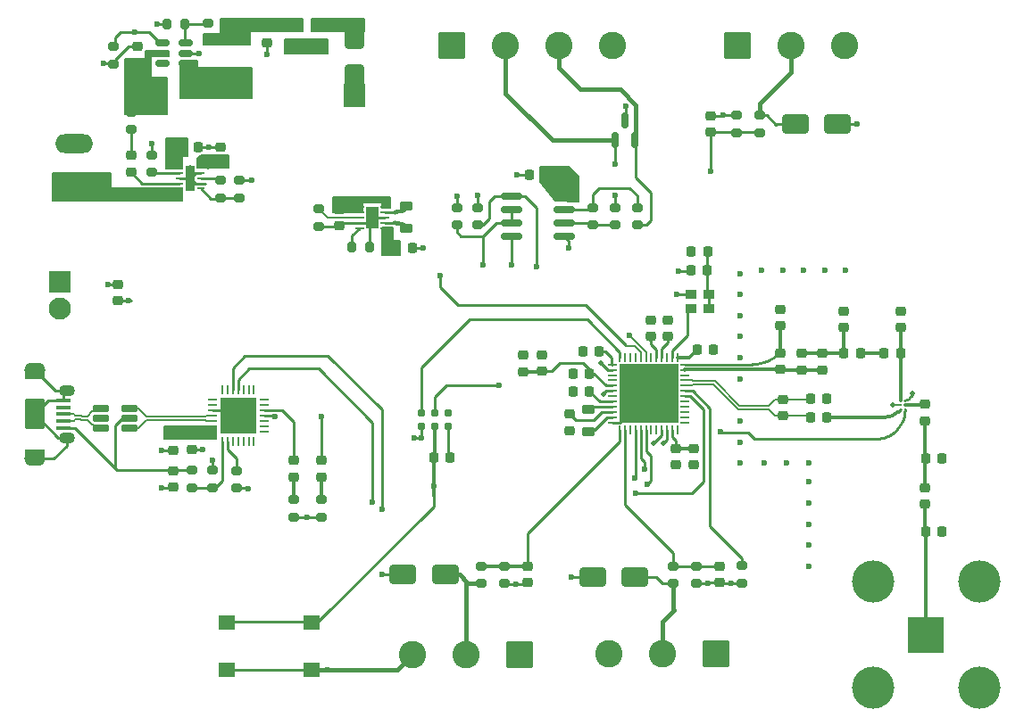
<source format=gbr>
%TF.GenerationSoftware,KiCad,Pcbnew,9.0.6*%
%TF.CreationDate,2025-12-23T13:53:16+01:00*%
%TF.ProjectId,demo wateranalyser,64656d6f-2077-4617-9465-72616e616c79,rev?*%
%TF.SameCoordinates,Original*%
%TF.FileFunction,Copper,L1,Top*%
%TF.FilePolarity,Positive*%
%FSLAX46Y46*%
G04 Gerber Fmt 4.6, Leading zero omitted, Abs format (unit mm)*
G04 Created by KiCad (PCBNEW 9.0.6) date 2025-12-23 13:53:16*
%MOMM*%
%LPD*%
G01*
G04 APERTURE LIST*
G04 Aperture macros list*
%AMRoundRect*
0 Rectangle with rounded corners*
0 $1 Rounding radius*
0 $2 $3 $4 $5 $6 $7 $8 $9 X,Y pos of 4 corners*
0 Add a 4 corners polygon primitive as box body*
4,1,4,$2,$3,$4,$5,$6,$7,$8,$9,$2,$3,0*
0 Add four circle primitives for the rounded corners*
1,1,$1+$1,$2,$3*
1,1,$1+$1,$4,$5*
1,1,$1+$1,$6,$7*
1,1,$1+$1,$8,$9*
0 Add four rect primitives between the rounded corners*
20,1,$1+$1,$2,$3,$4,$5,0*
20,1,$1+$1,$4,$5,$6,$7,0*
20,1,$1+$1,$6,$7,$8,$9,0*
20,1,$1+$1,$8,$9,$2,$3,0*%
G04 Aperture macros list end*
%TA.AperFunction,Conductor*%
%ADD10C,0.200000*%
%TD*%
%TA.AperFunction,HeatsinkPad*%
%ADD11O,2.000000X1.400000*%
%TD*%
%TA.AperFunction,SMDPad,CuDef*%
%ADD12R,1.900000X0.875000*%
%TD*%
%TA.AperFunction,HeatsinkPad*%
%ADD13O,1.500000X1.100000*%
%TD*%
%TA.AperFunction,SMDPad,CuDef*%
%ADD14RoundRect,0.250000X-0.700000X1.200000X-0.700000X-1.200000X0.700000X-1.200000X0.700000X1.200000X0*%
%TD*%
%TA.AperFunction,SMDPad,CuDef*%
%ADD15RoundRect,0.100000X-0.575000X0.100000X-0.575000X-0.100000X0.575000X-0.100000X0.575000X0.100000X0*%
%TD*%
%TA.AperFunction,SMDPad,CuDef*%
%ADD16RoundRect,0.218750X0.218750X0.256250X-0.218750X0.256250X-0.218750X-0.256250X0.218750X-0.256250X0*%
%TD*%
%TA.AperFunction,ComponentPad*%
%ADD17RoundRect,0.250000X-1.050000X-1.050000X1.050000X-1.050000X1.050000X1.050000X-1.050000X1.050000X0*%
%TD*%
%TA.AperFunction,ComponentPad*%
%ADD18C,2.600000*%
%TD*%
%TA.AperFunction,SMDPad,CuDef*%
%ADD19RoundRect,0.200000X-0.275000X0.200000X-0.275000X-0.200000X0.275000X-0.200000X0.275000X0.200000X0*%
%TD*%
%TA.AperFunction,SMDPad,CuDef*%
%ADD20RoundRect,0.218750X-0.381250X0.218750X-0.381250X-0.218750X0.381250X-0.218750X0.381250X0.218750X0*%
%TD*%
%TA.AperFunction,SMDPad,CuDef*%
%ADD21RoundRect,0.225000X0.250000X-0.225000X0.250000X0.225000X-0.250000X0.225000X-0.250000X-0.225000X0*%
%TD*%
%TA.AperFunction,SMDPad,CuDef*%
%ADD22RoundRect,0.200000X0.275000X-0.200000X0.275000X0.200000X-0.275000X0.200000X-0.275000X-0.200000X0*%
%TD*%
%TA.AperFunction,SMDPad,CuDef*%
%ADD23RoundRect,0.225000X-0.250000X0.225000X-0.250000X-0.225000X0.250000X-0.225000X0.250000X0.225000X0*%
%TD*%
%TA.AperFunction,SMDPad,CuDef*%
%ADD24RoundRect,0.225000X0.225000X0.250000X-0.225000X0.250000X-0.225000X-0.250000X0.225000X-0.250000X0*%
%TD*%
%TA.AperFunction,SMDPad,CuDef*%
%ADD25RoundRect,0.218750X-0.218750X-0.381250X0.218750X-0.381250X0.218750X0.381250X-0.218750X0.381250X0*%
%TD*%
%TA.AperFunction,ComponentPad*%
%ADD26RoundRect,0.250000X1.050000X1.050000X-1.050000X1.050000X-1.050000X-1.050000X1.050000X-1.050000X0*%
%TD*%
%TA.AperFunction,SMDPad,CuDef*%
%ADD27RoundRect,0.218750X0.381250X-0.218750X0.381250X0.218750X-0.381250X0.218750X-0.381250X-0.218750X0*%
%TD*%
%TA.AperFunction,ComponentPad*%
%ADD28RoundRect,0.250000X1.550000X-0.650000X1.550000X0.650000X-1.550000X0.650000X-1.550000X-0.650000X0*%
%TD*%
%TA.AperFunction,ComponentPad*%
%ADD29O,3.600000X1.800000*%
%TD*%
%TA.AperFunction,SMDPad,CuDef*%
%ADD30RoundRect,0.218750X-0.256250X0.218750X-0.256250X-0.218750X0.256250X-0.218750X0.256250X0.218750X0*%
%TD*%
%TA.AperFunction,SMDPad,CuDef*%
%ADD31RoundRect,0.225000X-0.225000X-0.250000X0.225000X-0.250000X0.225000X0.250000X-0.225000X0.250000X0*%
%TD*%
%TA.AperFunction,SMDPad,CuDef*%
%ADD32RoundRect,0.218750X0.256250X-0.218750X0.256250X0.218750X-0.256250X0.218750X-0.256250X-0.218750X0*%
%TD*%
%TA.AperFunction,SMDPad,CuDef*%
%ADD33RoundRect,0.062500X-0.062500X-0.062500X0.062500X-0.062500X0.062500X0.062500X-0.062500X0.062500X0*%
%TD*%
%TA.AperFunction,SMDPad,CuDef*%
%ADD34RoundRect,0.062500X-0.337500X-0.062500X0.337500X-0.062500X0.337500X0.062500X-0.337500X0.062500X0*%
%TD*%
%TA.AperFunction,SMDPad,CuDef*%
%ADD35RoundRect,0.062500X-0.062500X-0.337500X0.062500X-0.337500X0.062500X0.337500X-0.062500X0.337500X0*%
%TD*%
%TA.AperFunction,HeatsinkPad*%
%ADD36R,3.350000X3.350000*%
%TD*%
%TA.AperFunction,SMDPad,CuDef*%
%ADD37RoundRect,0.150000X0.150000X-0.587500X0.150000X0.587500X-0.150000X0.587500X-0.150000X-0.587500X0*%
%TD*%
%TA.AperFunction,SMDPad,CuDef*%
%ADD38RoundRect,0.250000X-1.000000X-0.650000X1.000000X-0.650000X1.000000X0.650000X-1.000000X0.650000X0*%
%TD*%
%TA.AperFunction,SMDPad,CuDef*%
%ADD39RoundRect,0.062500X-0.350000X-0.062500X0.350000X-0.062500X0.350000X0.062500X-0.350000X0.062500X0*%
%TD*%
%TA.AperFunction,HeatsinkPad*%
%ADD40C,0.500000*%
%TD*%
%TA.AperFunction,HeatsinkPad*%
%ADD41R,1.200000X2.000000*%
%TD*%
%TA.AperFunction,SMDPad,CuDef*%
%ADD42R,1.600000X1.400000*%
%TD*%
%TA.AperFunction,SMDPad,CuDef*%
%ADD43RoundRect,0.200000X0.200000X0.275000X-0.200000X0.275000X-0.200000X-0.275000X0.200000X-0.275000X0*%
%TD*%
%TA.AperFunction,SMDPad,CuDef*%
%ADD44RoundRect,0.150000X0.512500X0.150000X-0.512500X0.150000X-0.512500X-0.150000X0.512500X-0.150000X0*%
%TD*%
%TA.AperFunction,ConnectorPad*%
%ADD45C,0.787400*%
%TD*%
%TA.AperFunction,SMDPad,CuDef*%
%ADD46RoundRect,0.250000X1.000000X0.650000X-1.000000X0.650000X-1.000000X-0.650000X1.000000X-0.650000X0*%
%TD*%
%TA.AperFunction,SMDPad,CuDef*%
%ADD47RoundRect,0.243750X-0.456250X0.243750X-0.456250X-0.243750X0.456250X-0.243750X0.456250X0.243750X0*%
%TD*%
%TA.AperFunction,SMDPad,CuDef*%
%ADD48RoundRect,0.162500X-0.617500X-0.162500X0.617500X-0.162500X0.617500X0.162500X-0.617500X0.162500X0*%
%TD*%
%TA.AperFunction,ComponentPad*%
%ADD49RoundRect,0.250001X-0.799999X0.799999X-0.799999X-0.799999X0.799999X-0.799999X0.799999X0.799999X0*%
%TD*%
%TA.AperFunction,ComponentPad*%
%ADD50C,2.100000*%
%TD*%
%TA.AperFunction,SMDPad,CuDef*%
%ADD51RoundRect,0.218750X-0.218750X-0.256250X0.218750X-0.256250X0.218750X0.256250X-0.218750X0.256250X0*%
%TD*%
%TA.AperFunction,SMDPad,CuDef*%
%ADD52RoundRect,0.062500X0.062500X-0.375000X0.062500X0.375000X-0.062500X0.375000X-0.062500X-0.375000X0*%
%TD*%
%TA.AperFunction,SMDPad,CuDef*%
%ADD53RoundRect,0.062500X0.375000X-0.062500X0.375000X0.062500X-0.375000X0.062500X-0.375000X-0.062500X0*%
%TD*%
%TA.AperFunction,HeatsinkPad*%
%ADD54R,5.600000X5.600000*%
%TD*%
%TA.AperFunction,SMDPad,CuDef*%
%ADD55RoundRect,0.225000X0.325000X0.225000X-0.325000X0.225000X-0.325000X-0.225000X0.325000X-0.225000X0*%
%TD*%
%TA.AperFunction,SMDPad,CuDef*%
%ADD56RoundRect,0.150000X-0.825000X-0.150000X0.825000X-0.150000X0.825000X0.150000X-0.825000X0.150000X0*%
%TD*%
%TA.AperFunction,SMDPad,CuDef*%
%ADD57RoundRect,0.062500X-0.312500X-0.062500X0.312500X-0.062500X0.312500X0.062500X-0.312500X0.062500X0*%
%TD*%
%TA.AperFunction,HeatsinkPad*%
%ADD58R,0.840000X2.400000*%
%TD*%
%TA.AperFunction,ComponentPad*%
%ADD59R,3.500000X3.500000*%
%TD*%
%TA.AperFunction,ComponentPad*%
%ADD60C,4.000000*%
%TD*%
%TA.AperFunction,SMDPad,CuDef*%
%ADD61RoundRect,0.200000X-0.200000X-0.275000X0.200000X-0.275000X0.200000X0.275000X-0.200000X0.275000X0*%
%TD*%
%TA.AperFunction,SMDPad,CuDef*%
%ADD62RoundRect,0.250000X-0.650000X1.000000X-0.650000X-1.000000X0.650000X-1.000000X0.650000X1.000000X0*%
%TD*%
%TA.AperFunction,SMDPad,CuDef*%
%ADD63RoundRect,0.250000X-0.800000X0.450000X-0.800000X-0.450000X0.800000X-0.450000X0.800000X0.450000X0*%
%TD*%
%TA.AperFunction,ViaPad*%
%ADD64C,0.500000*%
%TD*%
%TA.AperFunction,ViaPad*%
%ADD65C,0.600000*%
%TD*%
%TA.AperFunction,Conductor*%
%ADD66C,0.250000*%
%TD*%
%TA.AperFunction,Conductor*%
%ADD67C,0.340000*%
%TD*%
%TA.AperFunction,Conductor*%
%ADD68C,0.450000*%
%TD*%
%TA.AperFunction,Conductor*%
%ADD69C,0.350000*%
%TD*%
%TA.AperFunction,Conductor*%
%ADD70C,0.150000*%
%TD*%
%TA.AperFunction,Conductor*%
%ADD71C,0.300000*%
%TD*%
%TA.AperFunction,Conductor*%
%ADD72C,0.210000*%
%TD*%
%TA.AperFunction,Conductor*%
%ADD73C,0.400000*%
%TD*%
G04 APERTURE END LIST*
D10*
%TO.N,Vbat*%
X161400000Y-38500000D02*
X160600000Y-38500000D01*
X160600000Y-38000000D01*
X156000000Y-38000000D01*
X156000000Y-37500000D01*
X161400000Y-37500000D01*
X161400000Y-38500000D01*
%TA.AperFunction,Conductor*%
G36*
X161400000Y-38500000D02*
G01*
X160600000Y-38500000D01*
X160600000Y-38000000D01*
X156000000Y-38000000D01*
X156000000Y-37500000D01*
X161400000Y-37500000D01*
X161400000Y-38500000D01*
G37*
%TD.AperFunction*%
X158800000Y-38900000D02*
X156000000Y-38900000D01*
X156000000Y-38000000D01*
X158800000Y-38000000D01*
X158800000Y-38900000D01*
%TA.AperFunction,Conductor*%
G36*
X158800000Y-38900000D02*
G01*
X156000000Y-38900000D01*
X156000000Y-38000000D01*
X158800000Y-38000000D01*
X158800000Y-38900000D01*
G37*
%TD.AperFunction*%
%TO.N,+3V3*%
X161600000Y-41600000D02*
X162300000Y-41600000D01*
X162300000Y-43000000D01*
X160600000Y-43000000D01*
X160600000Y-40300000D01*
X161600000Y-40300000D01*
X161600000Y-41600000D01*
%TA.AperFunction,Conductor*%
G36*
X161600000Y-41600000D02*
G01*
X162300000Y-41600000D01*
X162300000Y-43000000D01*
X160600000Y-43000000D01*
X160600000Y-40300000D01*
X161600000Y-40300000D01*
X161600000Y-41600000D01*
G37*
%TD.AperFunction*%
%TO.N,Net-(F1-Pad2)*%
X155500000Y-23800000D02*
X151400000Y-23800000D01*
X151400000Y-22500000D01*
X155500000Y-22500000D01*
X155500000Y-23800000D01*
%TA.AperFunction,Conductor*%
G36*
X155500000Y-23800000D02*
G01*
X151400000Y-23800000D01*
X151400000Y-22500000D01*
X155500000Y-22500000D01*
X155500000Y-23800000D01*
G37*
%TD.AperFunction*%
%TO.N,+5V*%
X142200000Y-33550000D02*
X141700000Y-33550000D01*
X141700000Y-34750000D01*
X140100000Y-34750000D01*
X140100000Y-31850000D01*
X142200000Y-31850000D01*
X142200000Y-33550000D01*
%TA.AperFunction,Conductor*%
G36*
X142200000Y-33550000D02*
G01*
X141700000Y-33550000D01*
X141700000Y-34750000D01*
X140100000Y-34750000D01*
X140100000Y-31850000D01*
X142200000Y-31850000D01*
X142200000Y-33550000D01*
G37*
%TD.AperFunction*%
%TO.N,Net-(BT1-+)*%
X134900000Y-36600000D02*
X141700000Y-36600000D01*
X141700000Y-37800000D01*
X129400000Y-37800000D01*
X129400000Y-35200000D01*
X134900000Y-35200000D01*
X134900000Y-36600000D01*
%TA.AperFunction,Conductor*%
G36*
X134900000Y-36600000D02*
G01*
X141700000Y-36600000D01*
X141700000Y-37800000D01*
X129400000Y-37800000D01*
X129400000Y-35200000D01*
X134900000Y-35200000D01*
X134900000Y-36600000D01*
G37*
%TD.AperFunction*%
%TO.N,Vbat*%
X140400000Y-24100000D02*
X138700000Y-24100000D01*
X138700000Y-26100000D01*
X140200000Y-26100000D01*
X140200000Y-29600000D01*
X136200000Y-29600000D01*
X136200000Y-26600000D01*
X136200000Y-24300000D01*
X138200000Y-24300000D01*
X138200000Y-23600000D01*
X140400000Y-23600000D01*
X140400000Y-24100000D01*
%TA.AperFunction,Conductor*%
G36*
X140400000Y-24100000D02*
G01*
X138700000Y-24100000D01*
X138700000Y-26100000D01*
X140200000Y-26100000D01*
X140200000Y-29600000D01*
X136200000Y-29600000D01*
X136200000Y-26600000D01*
X136200000Y-24300000D01*
X138200000Y-24300000D01*
X138200000Y-23600000D01*
X140400000Y-23600000D01*
X140400000Y-24100000D01*
G37*
%TD.AperFunction*%
%TO.N,Net-(D8-A)*%
X143100000Y-25200000D02*
X148300000Y-25200000D01*
X148300000Y-28100000D01*
X141500000Y-28100000D01*
X141500000Y-24500000D01*
X143100000Y-24500000D01*
X143100000Y-25200000D01*
%TA.AperFunction,Conductor*%
G36*
X143100000Y-25200000D02*
G01*
X148300000Y-25200000D01*
X148300000Y-28100000D01*
X141500000Y-28100000D01*
X141500000Y-24500000D01*
X143100000Y-24500000D01*
X143100000Y-25200000D01*
G37*
%TD.AperFunction*%
%TO.N,Net-(D1-A1)*%
X158900000Y-21700000D02*
X153900000Y-21700000D01*
X153900000Y-20500000D01*
X158900000Y-20500000D01*
X158900000Y-21700000D01*
%TA.AperFunction,Conductor*%
G36*
X158900000Y-21700000D02*
G01*
X153900000Y-21700000D01*
X153900000Y-20500000D01*
X158900000Y-20500000D01*
X158900000Y-21700000D01*
G37*
%TD.AperFunction*%
%TO.N,+12V*%
X153100000Y-21700000D02*
X148100000Y-21700000D01*
X148100000Y-23000000D01*
X143700000Y-23000000D01*
X143700000Y-22000000D01*
X145300000Y-22000000D01*
X145300000Y-20500000D01*
X153100000Y-20500000D01*
X153100000Y-21700000D01*
%TA.AperFunction,Conductor*%
G36*
X153100000Y-21700000D02*
G01*
X148100000Y-21700000D01*
X148100000Y-23000000D01*
X143700000Y-23000000D01*
X143700000Y-22000000D01*
X145300000Y-22000000D01*
X145300000Y-20500000D01*
X153100000Y-20500000D01*
X153100000Y-21700000D01*
G37*
%TD.AperFunction*%
%TO.N,Vbat*%
X146100000Y-34700000D02*
X143100000Y-34700000D01*
X143100000Y-33800000D01*
X143400000Y-33500000D01*
X146100000Y-33500000D01*
X146100000Y-34700000D01*
%TA.AperFunction,Conductor*%
G36*
X146100000Y-34700000D02*
G01*
X143100000Y-34700000D01*
X143100000Y-33800000D01*
X143400000Y-33500000D01*
X146100000Y-33500000D01*
X146100000Y-34700000D01*
G37*
%TD.AperFunction*%
%TO.N,+3V3*%
X144900000Y-60400000D02*
X144100000Y-60400000D01*
X140000000Y-60400000D01*
X140000000Y-59200000D01*
X144900000Y-59200000D01*
X144900000Y-60400000D01*
%TA.AperFunction,Conductor*%
G36*
X144900000Y-60400000D02*
G01*
X144100000Y-60400000D01*
X140000000Y-60400000D01*
X140000000Y-59200000D01*
X144900000Y-59200000D01*
X144900000Y-60400000D01*
G37*
%TD.AperFunction*%
%TO.N,GND*%
X158900000Y-28800000D02*
X157100000Y-28800000D01*
X157100000Y-26700000D01*
X158900000Y-26700000D01*
X158900000Y-28800000D01*
%TA.AperFunction,Conductor*%
G36*
X158900000Y-28800000D02*
G01*
X157100000Y-28800000D01*
X157100000Y-26700000D01*
X158900000Y-26700000D01*
X158900000Y-28800000D01*
G37*
%TD.AperFunction*%
%TO.N,+3V3*%
X179249353Y-35500000D02*
X179249353Y-37900000D01*
X177049353Y-37800000D01*
X175649353Y-36000000D01*
X175649353Y-34600000D01*
X178349353Y-34600000D01*
X179249353Y-35500000D01*
%TA.AperFunction,Conductor*%
G36*
X179249353Y-35500000D02*
G01*
X179249353Y-37900000D01*
X177049353Y-37800000D01*
X175649353Y-36000000D01*
X175649353Y-34600000D01*
X178349353Y-34600000D01*
X179249353Y-35500000D01*
G37*
%TD.AperFunction*%
%TD*%
D11*
%TO.P,J7,6,Shield*%
%TO.N,GND*%
X127700000Y-62250000D03*
D12*
X127700000Y-61812500D03*
D13*
X130700000Y-60300000D03*
D14*
X127700000Y-58075000D03*
D13*
X130700000Y-55850000D03*
D12*
X127700000Y-54337500D03*
D11*
X127700000Y-53900000D03*
D15*
%TO.P,J7,5,GND*%
X130375000Y-56775000D03*
%TO.P,J7,4,ID*%
%TO.N,unconnected-(J7-ID-Pad4)*%
X130375000Y-57425000D03*
%TO.P,J7,3,D+*%
%TO.N,/Power/USB_C+*%
X130375000Y-58075000D03*
%TO.P,J7,2,D-*%
%TO.N,/Power/USB_C-*%
X130375000Y-58725000D03*
%TO.P,J7,1,VBUS*%
%TO.N,Vbus*%
X130375000Y-59375000D03*
%TD*%
D16*
%TO.P,FB3,1*%
%TO.N,Net-(Y1-Vcc)*%
X191500000Y-42600000D03*
%TO.P,FB3,2*%
%TO.N,+3V3*%
X189925000Y-42600000D03*
%TD*%
D17*
%TO.P,J1,1,Pin_1*%
%TO.N,Net-(D1-A1)*%
X167260000Y-23100000D03*
D18*
%TO.P,J1,2,Pin_2*%
%TO.N,/analog/RS485+*%
X172340000Y-23100000D03*
%TO.P,J1,3,Pin_3*%
%TO.N,/analog/RS485-*%
X177420000Y-23100000D03*
%TO.P,J1,4,Pin_4*%
%TO.N,GND*%
X182500000Y-23100000D03*
%TD*%
D19*
%TO.P,R23,1*%
%TO.N,Net-(U6-CHG)*%
X145300000Y-35875000D03*
%TO.P,R23,2*%
%TO.N,Net-(U6-BAT)*%
X145300000Y-37525000D03*
%TD*%
D20*
%TO.P,L8,1,1*%
%TO.N,Net-(U7-LX1)*%
X162900000Y-38337500D03*
%TO.P,L8,2,2*%
%TO.N,Net-(U7-LX2)*%
X162900000Y-40462500D03*
%TD*%
D21*
%TO.P,C32,1*%
%TO.N,+5V*%
X135600000Y-47275000D03*
%TO.P,C32,2*%
%TO.N,GND*%
X135600000Y-45725000D03*
%TD*%
D22*
%TO.P,R5,1*%
%TO.N,/MCU/RS485-EN*%
X167700000Y-40100000D03*
%TO.P,R5,2*%
%TO.N,GND*%
X167700000Y-38450000D03*
%TD*%
D19*
%TO.P,R20,1*%
%TO.N,/MCU/12V-EN*%
X135100000Y-23175000D03*
%TO.P,R20,2*%
%TO.N,GND*%
X135100000Y-24825000D03*
%TD*%
D23*
%TO.P,C34,1*%
%TO.N,+12V*%
X149700000Y-21225000D03*
%TO.P,C34,2*%
%TO.N,GND*%
X149700000Y-22775000D03*
%TD*%
D22*
%TO.P,R15,1*%
%TO.N,+3V3*%
X154850000Y-67850000D03*
%TO.P,R15,2*%
%TO.N,Net-(D7-A)*%
X154850000Y-66200000D03*
%TD*%
%TO.P,R24,1*%
%TO.N,Net-(U6-ISET)*%
X138800000Y-35125000D03*
%TO.P,R24,2*%
%TO.N,GND*%
X138800000Y-33475000D03*
%TD*%
D24*
%TO.P,C6,1*%
%TO.N,Net-(U3-VDDA)*%
X180300000Y-54200000D03*
%TO.P,C6,2*%
%TO.N,GND*%
X178750000Y-54200000D03*
%TD*%
D25*
%TO.P,L7,1,1*%
%TO.N,Vbat*%
X139837500Y-27000000D03*
%TO.P,L7,2,2*%
%TO.N,Net-(D8-A)*%
X141962500Y-27000000D03*
%TD*%
D26*
%TO.P,J3,1,Pin_1*%
%TO.N,Net-(D1-A1)*%
X173700000Y-80900000D03*
D18*
%TO.P,J3,2,Pin_2*%
%TO.N,Net-(D4-A2)*%
X168620000Y-80900000D03*
%TO.P,J3,3,Pin_3*%
%TO.N,GND*%
X163540000Y-80900000D03*
%TD*%
D27*
%TO.P,L1,1,1*%
%TO.N,Net-(U3-VLXSMPS)*%
X180200000Y-59725000D03*
%TO.P,L1,2,2*%
%TO.N,Net-(U3-VDDRF1V55)*%
X180200000Y-57600000D03*
%TD*%
D28*
%TO.P,BT1,1,+*%
%TO.N,Net-(BT1-+)*%
X131400000Y-36200000D03*
D29*
%TO.P,BT1,2,-*%
%TO.N,GND*%
X131400000Y-32390000D03*
%TD*%
D19*
%TO.P,R27,1*%
%TO.N,Net-(U7-CFG1)*%
X154600000Y-38575000D03*
%TO.P,R27,2*%
%TO.N,GND*%
X154600000Y-40225000D03*
%TD*%
D30*
%TO.P,D7,1,K*%
%TO.N,Net-(D7-K)*%
X154850000Y-62437500D03*
%TO.P,D7,2,A*%
%TO.N,Net-(D7-A)*%
X154850000Y-64012500D03*
%TD*%
D23*
%TO.P,C4,1*%
%TO.N,/MCU/ADC-CH4*%
X192600000Y-72525000D03*
%TO.P,C4,2*%
%TO.N,GND*%
X192600000Y-74075000D03*
%TD*%
D31*
%TO.P,C14,1*%
%TO.N,NRST*%
X165495000Y-62200000D03*
%TO.P,C14,2*%
%TO.N,GND*%
X167045000Y-62200000D03*
%TD*%
D19*
%TO.P,R22,1*%
%TO.N,Vbat*%
X136800000Y-29375000D03*
%TO.P,R22,2*%
%TO.N,Net-(D9-A)*%
X136800000Y-31025000D03*
%TD*%
D17*
%TO.P,J2,1,Pin_1*%
%TO.N,Net-(D1-A1)*%
X194340000Y-23100000D03*
D18*
%TO.P,J2,2,Pin_2*%
%TO.N,Net-(D3-A2)*%
X199420000Y-23100000D03*
%TO.P,J2,3,Pin_3*%
%TO.N,GND*%
X204500000Y-23100000D03*
%TD*%
D23*
%TO.P,C10,1*%
%TO.N,+3V3*%
X142600000Y-59875000D03*
%TO.P,C10,2*%
%TO.N,GND*%
X142600000Y-61425000D03*
%TD*%
D32*
%TO.P,L3,1,1*%
%TO.N,/LoRa RF/RFO_HP*%
X200400000Y-53850000D03*
%TO.P,L3,2,2*%
%TO.N,Net-(C22-Pad1)*%
X200400000Y-52275000D03*
%TD*%
D30*
%TO.P,FB2,1*%
%TO.N,+3V3*%
X175800000Y-52425000D03*
%TO.P,FB2,2*%
%TO.N,Net-(U3-VDDA)*%
X175800000Y-54000000D03*
%TD*%
D22*
%TO.P,R19,1*%
%TO.N,+12V*%
X144100000Y-22625000D03*
%TO.P,R19,2*%
%TO.N,Net-(U5-FB)*%
X144100000Y-20975000D03*
%TD*%
%TO.P,R13,1*%
%TO.N,+3V3*%
X146800000Y-65100000D03*
%TO.P,R13,2*%
%TO.N,Net-(U2-~{RST})*%
X146800000Y-63450000D03*
%TD*%
D33*
%TO.P,U4,1,RF2*%
%TO.N,Net-(U4-RF2)*%
X209800000Y-56800000D03*
%TO.P,U4,2,GND*%
%TO.N,GND*%
X209800000Y-57200000D03*
%TO.P,U4,3,RF1*%
%TO.N,Net-(U4-RF1)*%
X209800000Y-57600000D03*
%TO.P,U4,4,VDD*%
%TO.N,+3V3*%
X210200000Y-57600000D03*
%TO.P,U4,5,RFIN*%
%TO.N,Net-(U4-RFIN)*%
X210200000Y-57200000D03*
%TO.P,U4,6,CTRL*%
%TO.N,/LoRa RF/RF-Switch*%
X210200000Y-56800000D03*
%TD*%
D34*
%TO.P,U2,1,~{DCD}*%
%TO.N,unconnected-(U2-~{DCD}-Pad1)*%
X144520000Y-56700000D03*
%TO.P,U2,2,~{RI}/CLK*%
%TO.N,unconnected-(U2-~{RI}{slash}CLK-Pad2)*%
X144520000Y-57200000D03*
%TO.P,U2,3,GND*%
%TO.N,GND*%
X144520000Y-57700000D03*
%TO.P,U2,4,D+*%
%TO.N,/MCU/USB_MCU+*%
X144520000Y-58200000D03*
%TO.P,U2,5,D-*%
%TO.N,/MCU/USB_MCU-*%
X144520000Y-58700000D03*
%TO.P,U2,6,VDD*%
%TO.N,+3V3*%
X144520000Y-59200000D03*
%TO.P,U2,7,VREGIN*%
X144520000Y-59700000D03*
D35*
%TO.P,U2,8,VBUS*%
%TO.N,Net-(U2-VBUS)*%
X145470000Y-60650000D03*
%TO.P,U2,9,~{RST}*%
%TO.N,Net-(U2-~{RST})*%
X145970000Y-60650000D03*
%TO.P,U2,10,NC*%
%TO.N,unconnected-(U2-NC-Pad10)*%
X146470000Y-60650000D03*
%TO.P,U2,11,~{SUSPEND}*%
%TO.N,unconnected-(U2-~{SUSPEND}-Pad11)*%
X146970000Y-60650000D03*
%TO.P,U2,12,SUSPEND*%
%TO.N,unconnected-(U2-SUSPEND-Pad12)*%
X147470000Y-60650000D03*
%TO.P,U2,13,CHREN*%
%TO.N,unconnected-(U2-CHREN-Pad13)*%
X147970000Y-60650000D03*
%TO.P,U2,14,CHR1*%
%TO.N,unconnected-(U2-CHR1-Pad14)*%
X148470000Y-60650000D03*
D34*
%TO.P,U2,15,CHR0*%
%TO.N,unconnected-(U2-CHR0-Pad15)*%
X149420000Y-59700000D03*
%TO.P,U2,16,~{WAKEUP}/GPIO.3*%
%TO.N,unconnected-(U2-~{WAKEUP}{slash}GPIO.3-Pad16)*%
X149420000Y-59200000D03*
%TO.P,U2,17,RS485/GPIO.2*%
%TO.N,unconnected-(U2-RS485{slash}GPIO.2-Pad17)*%
X149420000Y-58700000D03*
%TO.P,U2,18,~{RXT}/GPIO.1*%
%TO.N,Net-(D7-K)*%
X149420000Y-58200000D03*
%TO.P,U2,19,~{TXT}/GPIO.0*%
%TO.N,Net-(D6-K)*%
X149420000Y-57700000D03*
%TO.P,U2,20,GPIO.6*%
%TO.N,unconnected-(U2-GPIO.6-Pad20)*%
X149420000Y-57200000D03*
%TO.P,U2,21,GPIO.5*%
%TO.N,unconnected-(U2-GPIO.5-Pad21)*%
X149420000Y-56700000D03*
D35*
%TO.P,U2,22,GPIO.4*%
%TO.N,unconnected-(U2-GPIO.4-Pad22)*%
X148470000Y-55750000D03*
%TO.P,U2,23,~{CTS}*%
%TO.N,unconnected-(U2-~{CTS}-Pad23)*%
X147970000Y-55750000D03*
%TO.P,U2,24,~{RTS}*%
%TO.N,unconnected-(U2-~{RTS}-Pad24)*%
X147470000Y-55750000D03*
%TO.P,U2,25,RXD*%
%TO.N,Net-(U2-RXD)*%
X146970000Y-55750000D03*
%TO.P,U2,26,TXD*%
%TO.N,Net-(U2-TXD)*%
X146470000Y-55750000D03*
%TO.P,U2,27,~{DSR}*%
%TO.N,unconnected-(U2-~{DSR}-Pad27)*%
X145970000Y-55750000D03*
%TO.P,U2,28,~{DTR}*%
%TO.N,unconnected-(U2-~{DTR}-Pad28)*%
X145470000Y-55750000D03*
D36*
%TO.P,U2,29,GND*%
%TO.N,GND*%
X146970000Y-58200000D03*
%TD*%
D19*
%TO.P,R7,1*%
%TO.N,GND*%
X194225000Y-29677500D03*
%TO.P,R7,2*%
%TO.N,/MCU/ADC-CH2*%
X194225000Y-31327500D03*
%TD*%
D37*
%TO.P,D2,1,A1*%
%TO.N,/analog/RS485+*%
X182700000Y-32072500D03*
%TO.P,D2,2,A2*%
%TO.N,/analog/RS485-*%
X184600000Y-32072500D03*
%TO.P,D2,3,common*%
%TO.N,GND*%
X183650000Y-30197500D03*
%TD*%
D38*
%TO.P,D4,1,A1*%
%TO.N,GND*%
X162600000Y-73300000D03*
%TO.P,D4,2,A2*%
%TO.N,Net-(D4-A2)*%
X166600000Y-73300000D03*
%TD*%
D39*
%TO.P,U7,1,EN*%
%TO.N,Vbat*%
X158487500Y-38400000D03*
%TO.P,U7,2,SEL*%
X158487500Y-38900000D03*
%TO.P,U7,3,CFG1*%
%TO.N,Net-(U7-CFG1)*%
X158487500Y-39400000D03*
%TO.P,U7,4,CFG2*%
%TO.N,GND*%
X158487500Y-39900000D03*
%TO.P,U7,5,CFG3*%
%TO.N,Net-(U7-CFG3)*%
X158487500Y-40400000D03*
%TO.P,U7,6,VOUT*%
%TO.N,+3V3*%
X160912500Y-40400000D03*
%TO.P,U7,7,LX2*%
%TO.N,Net-(U7-LX2)*%
X160912500Y-39900000D03*
%TO.P,U7,8,GND*%
%TO.N,GND*%
X160912500Y-39400000D03*
%TO.P,U7,9,LX1*%
%TO.N,Net-(U7-LX1)*%
X160912500Y-38900000D03*
%TO.P,U7,10,VIN*%
%TO.N,Vbat*%
X160912500Y-38400000D03*
D40*
%TO.P,U7,11,GND*%
%TO.N,GND*%
X159350000Y-38650000D03*
X159350000Y-39400000D03*
X159350000Y-40150000D03*
D41*
X159700000Y-39400000D03*
D40*
X160050000Y-38650000D03*
X160050000Y-39400000D03*
X160050000Y-40150000D03*
%TD*%
D42*
%TO.P,SW1,1,1*%
%TO.N,GND*%
X153900000Y-82350000D03*
X145900000Y-82350000D03*
%TO.P,SW1,2,2*%
%TO.N,NRST*%
X153900000Y-77850000D03*
X145900000Y-77850000D03*
%TD*%
D19*
%TO.P,R2,1*%
%TO.N,/analog/RS485+*%
X182700000Y-38450000D03*
%TO.P,R2,2*%
%TO.N,/analog/RS485R+*%
X182700000Y-40100000D03*
%TD*%
D43*
%TO.P,R21,1*%
%TO.N,Net-(U5-FB)*%
X141900000Y-21000000D03*
%TO.P,R21,2*%
%TO.N,GND*%
X140250000Y-21000000D03*
%TD*%
D32*
%TO.P,FB1,1*%
%TO.N,Net-(F1-Pad2)*%
X154600000Y-22875000D03*
%TO.P,FB1,2*%
%TO.N,Net-(D1-A1)*%
X154600000Y-21300000D03*
%TD*%
D44*
%TO.P,U5,1,SW*%
%TO.N,Net-(D8-A)*%
X142037500Y-24750000D03*
%TO.P,U5,2,GND*%
%TO.N,GND*%
X142037500Y-23800000D03*
%TO.P,U5,3,FB*%
%TO.N,Net-(U5-FB)*%
X142037500Y-22850000D03*
%TO.P,U5,4,EN*%
%TO.N,/MCU/12V-EN*%
X139762500Y-22850000D03*
%TO.P,U5,5,IN*%
%TO.N,Vbat*%
X139762500Y-23800000D03*
%TO.P,U5,6,NC*%
%TO.N,unconnected-(U5-NC-Pad6)*%
X139762500Y-24750000D03*
%TD*%
D31*
%TO.P,C38,1*%
%TO.N,+3V3*%
X161925000Y-42300000D03*
%TO.P,C38,2*%
%TO.N,GND*%
X163475000Y-42300000D03*
%TD*%
D21*
%TO.P,C24,1*%
%TO.N,Net-(C22-Pad1)*%
X204387500Y-49850000D03*
%TO.P,C24,2*%
%TO.N,GND*%
X204387500Y-48300000D03*
%TD*%
%TO.P,C16,1*%
%TO.N,+3V3*%
X187700000Y-50700000D03*
%TO.P,C16,2*%
%TO.N,GND*%
X187700000Y-49150000D03*
%TD*%
%TO.P,C33,1*%
%TO.N,Vbat*%
X137400000Y-24700000D03*
%TO.P,C33,2*%
%TO.N,GND*%
X137400000Y-23150000D03*
%TD*%
D23*
%TO.P,C19,1*%
%TO.N,+3V3*%
X188500000Y-61325000D03*
%TO.P,C19,2*%
%TO.N,GND*%
X188500000Y-62875000D03*
%TD*%
%TO.P,C11,1*%
%TO.N,+3V3*%
X178400000Y-58050000D03*
%TO.P,C11,2*%
%TO.N,GND*%
X178400000Y-59600000D03*
%TD*%
D45*
%TO.P,J5,1,VCC*%
%TO.N,+3V3*%
X164330000Y-59200000D03*
%TO.P,J5,2,SWDIO*%
%TO.N,SWDIO*%
X164330000Y-57930000D03*
%TO.P,J5,3,~{RESET}*%
%TO.N,NRST*%
X165600000Y-59200000D03*
%TO.P,J5,4,SWCLK*%
%TO.N,SWCLK*%
X165600000Y-57930000D03*
%TO.P,J5,5,GND*%
%TO.N,GND*%
X166870000Y-59200000D03*
%TO.P,J5,6,SWO*%
%TO.N,unconnected-(J5-SWO-Pad6)*%
X166870000Y-57930000D03*
%TD*%
D46*
%TO.P,D3,1,A1*%
%TO.N,GND*%
X203825000Y-30527500D03*
%TO.P,D3,2,A2*%
%TO.N,Net-(D3-A2)*%
X199825000Y-30527500D03*
%TD*%
D19*
%TO.P,R18,1*%
%TO.N,Net-(U3-PH3)*%
X194760000Y-72450000D03*
%TO.P,R18,2*%
%TO.N,GND*%
X194760000Y-74100000D03*
%TD*%
D22*
%TO.P,R14,1*%
%TO.N,+3V3*%
X152250000Y-67825000D03*
%TO.P,R14,2*%
%TO.N,Net-(D6-A)*%
X152250000Y-66175000D03*
%TD*%
D32*
%TO.P,L2,1,1*%
%TO.N,/LoRa RF/RFO_HP*%
X198400000Y-53825000D03*
%TO.P,L2,2,2*%
%TO.N,VR_PA*%
X198400000Y-52250000D03*
%TD*%
D24*
%TO.P,C12,1*%
%TO.N,Net-(Y1-Vcc)*%
X191475000Y-44400000D03*
%TO.P,C12,2*%
%TO.N,GND*%
X189925000Y-44400000D03*
%TD*%
D47*
%TO.P,F1,1*%
%TO.N,+12V*%
X152200000Y-21162500D03*
%TO.P,F1,2*%
%TO.N,Net-(F1-Pad2)*%
X152200000Y-23037500D03*
%TD*%
D48*
%TO.P,U9,1*%
%TO.N,/Power/USB_C+*%
X133950000Y-57500000D03*
%TO.P,U9,2*%
%TO.N,GND*%
X133950000Y-58450000D03*
%TO.P,U9,3*%
%TO.N,/Power/USB_C-*%
X133950000Y-59400000D03*
%TO.P,U9,4*%
%TO.N,/MCU/USB_MCU-*%
X136650000Y-59400000D03*
%TO.P,U9,5*%
%TO.N,Vbus*%
X136650000Y-58450000D03*
%TO.P,U9,6*%
%TO.N,/MCU/USB_MCU+*%
X136650000Y-57500000D03*
%TD*%
D23*
%TO.P,C20,1*%
%TO.N,+3V3*%
X190200000Y-61350000D03*
%TO.P,C20,2*%
%TO.N,GND*%
X190200000Y-62900000D03*
%TD*%
D19*
%TO.P,R4,1*%
%TO.N,/analog/RS485R-*%
X180600000Y-38450000D03*
%TO.P,R4,2*%
%TO.N,/analog/RS485R+*%
X180600000Y-40100000D03*
%TD*%
D21*
%TO.P,C25,1*%
%TO.N,Net-(U4-RF2)*%
X209787500Y-49850000D03*
%TO.P,C25,2*%
%TO.N,GND*%
X209787500Y-48300000D03*
%TD*%
D31*
%TO.P,C30,1*%
%TO.N,/LoRa RF/RFI_N*%
X201250000Y-56600000D03*
%TO.P,C30,2*%
%TO.N,GND*%
X202800000Y-56600000D03*
%TD*%
D26*
%TO.P,J4,1,Pin_1*%
%TO.N,Net-(D1-A1)*%
X192285000Y-80827500D03*
D18*
%TO.P,J4,2,Pin_2*%
%TO.N,Net-(D5-A2)*%
X187205000Y-80827500D03*
%TO.P,J4,3,Pin_3*%
%TO.N,GND*%
X182125000Y-80827500D03*
%TD*%
D32*
%TO.P,L6,1,1*%
%TO.N,/LoRa RF/RFI_P*%
X198600000Y-58237500D03*
%TO.P,L6,2,2*%
%TO.N,/LoRa RF/RFI_N*%
X198600000Y-56662500D03*
%TD*%
D23*
%TO.P,C3,1*%
%TO.N,/MCU/ADC-CH3*%
X174400000Y-72525000D03*
%TO.P,C3,2*%
%TO.N,GND*%
X174400000Y-74075000D03*
%TD*%
D22*
%TO.P,R3,1*%
%TO.N,/analog/RS485-*%
X184800000Y-40125000D03*
%TO.P,R3,2*%
%TO.N,/analog/RS485R-*%
X184800000Y-38475000D03*
%TD*%
%TO.P,R10,1*%
%TO.N,Net-(D5-A2)*%
X188200000Y-74125000D03*
%TO.P,R10,2*%
%TO.N,/MCU/ADC-CH4*%
X188200000Y-72475000D03*
%TD*%
D23*
%TO.P,C26,1*%
%TO.N,Net-(U4-RFIN)*%
X212100000Y-57125000D03*
%TO.P,C26,2*%
%TO.N,Net-(C26-Pad2)*%
X212100000Y-58675000D03*
%TD*%
D49*
%TO.P,J8,1,Pin_1*%
%TO.N,GND*%
X130100000Y-45460000D03*
D50*
%TO.P,J8,2,Pin_2*%
%TO.N,+5V*%
X130100000Y-48000000D03*
%TD*%
D22*
%TO.P,R11,1*%
%TO.N,GND*%
X190400000Y-74150000D03*
%TO.P,R11,2*%
%TO.N,/MCU/ADC-CH4*%
X190400000Y-72500000D03*
%TD*%
D23*
%TO.P,C9,1*%
%TO.N,+3V3*%
X140800000Y-59925000D03*
%TO.P,C9,2*%
%TO.N,GND*%
X140800000Y-61475000D03*
%TD*%
D38*
%TO.P,D5,1,A1*%
%TO.N,GND*%
X180600000Y-73500000D03*
%TO.P,D5,2,A2*%
%TO.N,Net-(D5-A2)*%
X184600000Y-73500000D03*
%TD*%
D31*
%TO.P,C23,1*%
%TO.N,Net-(C22-Pad1)*%
X204437500Y-52250000D03*
%TO.P,C23,2*%
%TO.N,Net-(C23-Pad2)*%
X205987500Y-52250000D03*
%TD*%
D19*
%TO.P,R12,1*%
%TO.N,Vbus*%
X142600000Y-63400000D03*
%TO.P,R12,2*%
%TO.N,Net-(U2-VBUS)*%
X142600000Y-65050000D03*
%TD*%
D51*
%TO.P,L4,1,1*%
%TO.N,Net-(C23-Pad2)*%
X208212500Y-52250000D03*
%TO.P,L4,2,2*%
%TO.N,Net-(U4-RF2)*%
X209787500Y-52250000D03*
%TD*%
D24*
%TO.P,C1,1*%
%TO.N,+3V3*%
X176175000Y-35300000D03*
%TO.P,C1,2*%
%TO.N,GND*%
X174625000Y-35300000D03*
%TD*%
D31*
%TO.P,C28,1*%
%TO.N,Net-(J6-In)*%
X212150000Y-69200000D03*
%TO.P,C28,2*%
%TO.N,GND*%
X213700000Y-69200000D03*
%TD*%
D21*
%TO.P,C2,1*%
%TO.N,/MCU/ADC-CH2*%
X191800000Y-31300000D03*
%TO.P,C2,2*%
%TO.N,GND*%
X191800000Y-29750000D03*
%TD*%
D52*
%TO.P,U3,1,PB3*%
%TO.N,/MCU/ADC-CH3*%
X183150000Y-59537500D03*
%TO.P,U3,2,PB4*%
%TO.N,/MCU/ADC-CH4*%
X183650000Y-59537500D03*
%TO.P,U3,3,PB5*%
%TO.N,unconnected-(U3-PB5-Pad3)*%
X184150000Y-59537500D03*
%TO.P,U3,4,PB6*%
%TO.N,/MCU/UART-TX*%
X184650000Y-59537500D03*
%TO.P,U3,5,PB7*%
%TO.N,/MCU/UART-RX*%
X185150000Y-59537500D03*
%TO.P,U3,6,PB8*%
%TO.N,/MCU/RS485-EN*%
X185650000Y-59537500D03*
%TO.P,U3,7,PA0*%
%TO.N,unconnected-(U3-PA0-Pad7)*%
X186150000Y-59537500D03*
%TO.P,U3,8,PA1*%
%TO.N,unconnected-(U3-PA1-Pad8)*%
X186650000Y-59537500D03*
%TO.P,U3,9,PA2*%
%TO.N,Net-(U2-RXD)*%
X187150000Y-59537500D03*
%TO.P,U3,10,PA3*%
%TO.N,Net-(U2-TXD)*%
X187650000Y-59537500D03*
%TO.P,U3,11,VDD*%
%TO.N,+3V3*%
X188150000Y-59537500D03*
%TO.P,U3,12,PA4*%
%TO.N,unconnected-(U3-PA4-Pad12)*%
X188650000Y-59537500D03*
D53*
%TO.P,U3,13,PA5*%
%TO.N,unconnected-(U3-PA5-Pad13)*%
X189337500Y-58850000D03*
%TO.P,U3,14,PA6*%
%TO.N,unconnected-(U3-PA6-Pad14)*%
X189337500Y-58350000D03*
%TO.P,U3,15,PA7*%
%TO.N,unconnected-(U3-PA7-Pad15)*%
X189337500Y-57850000D03*
%TO.P,U3,16,PA8*%
%TO.N,unconnected-(U3-PA8-Pad16)*%
X189337500Y-57350000D03*
%TO.P,U3,17,PA9*%
%TO.N,unconnected-(U3-PA9-Pad17)*%
X189337500Y-56850000D03*
%TO.P,U3,18,NRST*%
%TO.N,NRST*%
X189337500Y-56350000D03*
%TO.P,U3,19,PH3*%
%TO.N,Net-(U3-PH3)*%
X189337500Y-55850000D03*
%TO.P,U3,20,RFI_P*%
%TO.N,/LoRa RF/RFI_P*%
X189337500Y-55350000D03*
%TO.P,U3,21,RFI_N*%
%TO.N,/LoRa RF/RFI_N*%
X189337500Y-54850000D03*
%TO.P,U3,22,RFO_LP*%
%TO.N,unconnected-(U3-RFO_LP-Pad22)*%
X189337500Y-54350000D03*
%TO.P,U3,23,RFO_HP*%
%TO.N,/LoRa RF/RFO_HP*%
X189337500Y-53850000D03*
%TO.P,U3,24,VR_PA*%
%TO.N,VR_PA*%
X189337500Y-53350000D03*
D52*
%TO.P,U3,25,VDDPA*%
%TO.N,+3V3*%
X188650000Y-52662500D03*
%TO.P,U3,26,OSC_IN*%
%TO.N,Net-(U3-OSC_IN)*%
X188150000Y-52662500D03*
%TO.P,U3,27,OSC_OUT*%
%TO.N,unconnected-(U3-OSC_OUT-Pad27)*%
X187650000Y-52662500D03*
%TO.P,U3,28,VDDRF*%
%TO.N,+3V3*%
X187150000Y-52662500D03*
%TO.P,U3,29,VDDRF1V55*%
%TO.N,Net-(U3-VDDRF1V55)*%
X186650000Y-52662500D03*
%TO.P,U3,30,PB0*%
%TO.N,unconnected-(U3-PB0-Pad30)*%
X186150000Y-52662500D03*
%TO.P,U3,31,PB2*%
%TO.N,/MCU/ADC-CH2*%
X185650000Y-52662500D03*
%TO.P,U3,32,PB12*%
%TO.N,/MCU/12V-EN*%
X185150000Y-52662500D03*
%TO.P,U3,33,PA10*%
%TO.N,unconnected-(U3-PA10-Pad33)*%
X184650000Y-52662500D03*
%TO.P,U3,34,PA11*%
%TO.N,unconnected-(U3-PA11-Pad34)*%
X184150000Y-52662500D03*
%TO.P,U3,35,PA12*%
%TO.N,unconnected-(U3-PA12-Pad35)*%
X183650000Y-52662500D03*
%TO.P,U3,36,PA13*%
%TO.N,SWDIO*%
X183150000Y-52662500D03*
D53*
%TO.P,U3,37,VBAT*%
%TO.N,+3V3*%
X182462500Y-53350000D03*
%TO.P,U3,38,PC13*%
%TO.N,/LoRa RF/RF-Switch*%
X182462500Y-53850000D03*
%TO.P,U3,39,PC14*%
%TO.N,unconnected-(U3-PC14-Pad39)*%
X182462500Y-54350000D03*
%TO.P,U3,40,PC15*%
%TO.N,unconnected-(U3-PC15-Pad40)*%
X182462500Y-54850000D03*
%TO.P,U3,41,VDDA*%
%TO.N,Net-(U3-VDDA)*%
X182462500Y-55350000D03*
%TO.P,U3,42,PA14*%
%TO.N,SWCLK*%
X182462500Y-55850000D03*
%TO.P,U3,43,PA15*%
%TO.N,unconnected-(U3-PA15-Pad43)*%
X182462500Y-56350000D03*
%TO.P,U3,44,VDD*%
%TO.N,+3V3*%
X182462500Y-56850000D03*
%TO.P,U3,45,VFBSMPS*%
%TO.N,Net-(U3-VDDRF1V55)*%
X182462500Y-57350000D03*
%TO.P,U3,46,VDDSMPS*%
%TO.N,+3V3*%
X182462500Y-57850000D03*
%TO.P,U3,47,VLXSMPS*%
%TO.N,Net-(U3-VLXSMPS)*%
X182462500Y-58350000D03*
%TO.P,U3,48,VSSSMPS*%
%TO.N,GND*%
X182462500Y-58850000D03*
D54*
%TO.P,U3,49,VSS*%
X185900000Y-56100000D03*
%TD*%
D31*
%TO.P,C27,1*%
%TO.N,Net-(C26-Pad2)*%
X212150000Y-62300000D03*
%TO.P,C27,2*%
%TO.N,GND*%
X213700000Y-62300000D03*
%TD*%
%TO.P,C18,1*%
%TO.N,+3V3*%
X190525000Y-51900000D03*
%TO.P,C18,2*%
%TO.N,GND*%
X192075000Y-51900000D03*
%TD*%
D55*
%TO.P,Y1,1,~{ST}*%
%TO.N,Net-(Y1-Vcc)*%
X191600000Y-46700000D03*
%TO.P,Y1,2,GND*%
%TO.N,GND*%
X189900000Y-46700000D03*
%TO.P,Y1,3,OUT*%
%TO.N,Net-(U3-OSC_IN)*%
X189900000Y-48000000D03*
%TO.P,Y1,4,Vcc*%
%TO.N,Net-(Y1-Vcc)*%
X191600000Y-48000000D03*
%TD*%
D56*
%TO.P,U1,1,RO*%
%TO.N,/MCU/UART-RX*%
X172925000Y-37395000D03*
%TO.P,U1,2,~{RE}*%
%TO.N,/MCU/RS485-EN*%
X172925000Y-38665000D03*
%TO.P,U1,3,DE*%
X172925000Y-39935000D03*
%TO.P,U1,4,DI*%
%TO.N,/MCU/UART-TX*%
X172925000Y-41205000D03*
%TO.P,U1,5,GND*%
%TO.N,GND*%
X177875000Y-41205000D03*
%TO.P,U1,6,A*%
%TO.N,/analog/RS485R+*%
X177875000Y-39935000D03*
%TO.P,U1,7,B*%
%TO.N,/analog/RS485R-*%
X177875000Y-38665000D03*
%TO.P,U1,8,VCC*%
%TO.N,+3V3*%
X177875000Y-37395000D03*
%TD*%
D24*
%TO.P,C15,1*%
%TO.N,+3V3*%
X181200000Y-52100000D03*
%TO.P,C15,2*%
%TO.N,GND*%
X179650000Y-52100000D03*
%TD*%
D21*
%TO.P,C13,1*%
%TO.N,Net-(U3-VDDRF1V55)*%
X186100000Y-50700000D03*
%TO.P,C13,2*%
%TO.N,GND*%
X186100000Y-49150000D03*
%TD*%
D57*
%TO.P,U6,1,IN*%
%TO.N,+5V*%
X141400000Y-34650000D03*
%TO.P,U6,2,ISET*%
%TO.N,Net-(U6-ISET)*%
X141400000Y-35150000D03*
%TO.P,U6,3,GND*%
%TO.N,GND*%
X141400000Y-35650000D03*
%TO.P,U6,4,LDO*%
%TO.N,Net-(D9-K)*%
X141400000Y-36150000D03*
%TO.P,U6,5,TS*%
%TO.N,Net-(BT1-+)*%
X141400000Y-36650000D03*
%TO.P,U6,6,BAT*%
%TO.N,Net-(U6-BAT)*%
X143400000Y-36650000D03*
%TO.P,U6,7,EN*%
%TO.N,GND*%
X143400000Y-36150000D03*
%TO.P,U6,8,CHG*%
%TO.N,Net-(U6-CHG)*%
X143400000Y-35650000D03*
%TO.P,U6,9,GND*%
%TO.N,GND*%
X143400000Y-35150000D03*
%TO.P,U6,10,OUT*%
%TO.N,Vbat*%
X143400000Y-34650000D03*
D40*
%TO.P,U6,11,PWR_PAD*%
%TO.N,GND*%
X142400000Y-34700000D03*
X142400000Y-35650000D03*
D58*
X142400000Y-35650000D03*
D40*
X142400000Y-36600000D03*
%TD*%
D22*
%TO.P,R16,1*%
%TO.N,Net-(U2-VBUS)*%
X144520000Y-65050000D03*
%TO.P,R16,2*%
%TO.N,GND*%
X144520000Y-63400000D03*
%TD*%
D23*
%TO.P,C8,1*%
%TO.N,Vbus*%
X140800000Y-63450000D03*
%TO.P,C8,2*%
%TO.N,GND*%
X140800000Y-65000000D03*
%TD*%
D30*
%TO.P,D6,1,K*%
%TO.N,Net-(D6-K)*%
X152250000Y-62437500D03*
%TO.P,D6,2,A*%
%TO.N,Net-(D6-A)*%
X152250000Y-64012500D03*
%TD*%
D23*
%TO.P,C37,1*%
%TO.N,Vbat*%
X156600000Y-38650000D03*
%TO.P,C37,2*%
%TO.N,GND*%
X156600000Y-40200000D03*
%TD*%
D21*
%TO.P,C5,1*%
%TO.N,Net-(U3-VDDA)*%
X174000000Y-54012500D03*
%TO.P,C5,2*%
%TO.N,GND*%
X174000000Y-52462500D03*
%TD*%
%TO.P,C21,1*%
%TO.N,VR_PA*%
X198400000Y-49650000D03*
%TO.P,C21,2*%
%TO.N,GND*%
X198400000Y-48100000D03*
%TD*%
D59*
%TO.P,J6,1,In*%
%TO.N,Net-(J6-In)*%
X212200000Y-79000000D03*
D60*
%TO.P,J6,2,Ext*%
%TO.N,GND*%
X217225000Y-84025000D03*
X217225000Y-73975000D03*
X207175000Y-84025000D03*
X207175000Y-73975000D03*
%TD*%
D21*
%TO.P,C35,1*%
%TO.N,Vbat*%
X145300000Y-34275000D03*
%TO.P,C35,2*%
%TO.N,GND*%
X145300000Y-32725000D03*
%TD*%
D19*
%TO.P,R6,1*%
%TO.N,Net-(D3-A2)*%
X196425000Y-29702500D03*
%TO.P,R6,2*%
%TO.N,/MCU/ADC-CH2*%
X196425000Y-31352500D03*
%TD*%
%TO.P,R1,1*%
%TO.N,+3V3*%
X169700000Y-38450000D03*
%TO.P,R1,2*%
%TO.N,/MCU/UART-RX*%
X169700000Y-40100000D03*
%TD*%
D22*
%TO.P,R25,1*%
%TO.N,Net-(U6-BAT)*%
X147100000Y-37525000D03*
%TO.P,R25,2*%
%TO.N,GND*%
X147100000Y-35875000D03*
%TD*%
D30*
%TO.P,L5,1,1*%
%TO.N,Net-(C26-Pad2)*%
X212125000Y-65025000D03*
%TO.P,L5,2,2*%
%TO.N,Net-(J6-In)*%
X212125000Y-66600000D03*
%TD*%
D22*
%TO.P,R8,1*%
%TO.N,Net-(D4-A2)*%
X170000000Y-74125000D03*
%TO.P,R8,2*%
%TO.N,/MCU/ADC-CH3*%
X170000000Y-72475000D03*
%TD*%
D61*
%TO.P,R26,1*%
%TO.N,Net-(U7-CFG3)*%
X157775000Y-42200000D03*
%TO.P,R26,2*%
%TO.N,GND*%
X159425000Y-42200000D03*
%TD*%
D62*
%TO.P,D1,1,A1*%
%TO.N,Net-(D1-A1)*%
X158000000Y-22100000D03*
%TO.P,D1,2,A2*%
%TO.N,GND*%
X158000000Y-26100000D03*
%TD*%
D22*
%TO.P,R9,1*%
%TO.N,GND*%
X172200000Y-74125000D03*
%TO.P,R9,2*%
%TO.N,/MCU/ADC-CH3*%
X172200000Y-72475000D03*
%TD*%
D31*
%TO.P,C29,1*%
%TO.N,/LoRa RF/RFI_P*%
X201250000Y-58350000D03*
%TO.P,C29,2*%
%TO.N,Net-(U4-RF1)*%
X202800000Y-58350000D03*
%TD*%
D23*
%TO.P,C22,1*%
%TO.N,Net-(C22-Pad1)*%
X202400000Y-52300000D03*
%TO.P,C22,2*%
%TO.N,/LoRa RF/RFO_HP*%
X202400000Y-53850000D03*
%TD*%
D32*
%TO.P,D9,1,K*%
%TO.N,Net-(D9-K)*%
X136800000Y-35075000D03*
%TO.P,D9,2,A*%
%TO.N,Net-(D9-A)*%
X136800000Y-33500000D03*
%TD*%
D63*
%TO.P,D8,1,K*%
%TO.N,+12V*%
X146900000Y-21600000D03*
%TO.P,D8,2,A*%
%TO.N,Net-(D8-A)*%
X146900000Y-26000000D03*
%TD*%
D31*
%TO.P,C36,1*%
%TO.N,+5V*%
X141625000Y-32700000D03*
%TO.P,C36,2*%
%TO.N,GND*%
X143175000Y-32700000D03*
%TD*%
D24*
%TO.P,C7,1*%
%TO.N,+3V3*%
X180300000Y-55900000D03*
%TO.P,C7,2*%
%TO.N,GND*%
X178750000Y-55900000D03*
%TD*%
D64*
%TO.N,GND*%
X209050000Y-57200000D03*
X178800000Y-54200000D03*
%TO.N,SWCLK*%
X181625000Y-56200000D03*
%TO.N,GND*%
X174000000Y-52400000D03*
%TO.N,+3V3*%
X175800000Y-52500000D03*
%TO.N,GND*%
X178400000Y-59600000D03*
%TO.N,+3V3*%
X181200000Y-52100000D03*
X190200000Y-61300000D03*
X188500000Y-61300000D03*
X180300000Y-55900000D03*
X187700000Y-50700000D03*
X189900000Y-42600000D03*
X190500000Y-51900000D03*
%TO.N,Net-(U3-VDDRF1V55)*%
X186100000Y-50700000D03*
X180200000Y-57600000D03*
%TO.N,+3V3*%
X178400000Y-58100000D03*
%TO.N,GND*%
X190300000Y-62900000D03*
X178700000Y-55900000D03*
X188500000Y-62900000D03*
X179600000Y-52100000D03*
X192100000Y-51900000D03*
X187700000Y-49200000D03*
%TO.N,/LoRa RF/RF-Switch*%
X181400000Y-53200000D03*
%TO.N,GND*%
X186100000Y-49200000D03*
D65*
%TO.N,/MCU/UART-TX*%
X184600000Y-64100000D03*
%TO.N,NRST*%
X184700000Y-65600000D03*
%TO.N,/MCU/UART-RX*%
X185500000Y-63300000D03*
%TO.N,/MCU/RS485-EN*%
X185800000Y-64700000D03*
%TO.N,+3V3*%
X192700000Y-59700000D03*
%TO.N,GND*%
X183700000Y-28800000D03*
X134625000Y-45725000D03*
X134200000Y-24800000D03*
X205700000Y-30500000D03*
X138800000Y-32400000D03*
%TO.N,+3V3*%
X177800000Y-35300000D03*
X141700000Y-60150000D03*
X169700000Y-37300000D03*
%TO.N,/MCU/ADC-CH2*%
X191800000Y-35000000D03*
%TO.N,+5V*%
X140300000Y-33700000D03*
%TO.N,+3V3*%
X143600000Y-60150000D03*
%TO.N,Vbat*%
X144400000Y-34500000D03*
%TO.N,+3V3*%
X178700000Y-36200000D03*
%TO.N,+5V*%
X136600000Y-47275000D03*
X140300000Y-32400000D03*
X140300000Y-33000000D03*
X140300000Y-34300000D03*
%TO.N,+3V3*%
X177600000Y-36200000D03*
%TO.N,GND*%
X188700000Y-44500000D03*
X193000000Y-29700000D03*
X143300000Y-23800000D03*
X139300000Y-21000000D03*
X149700000Y-23900000D03*
X148275000Y-35875000D03*
X178300000Y-42300000D03*
X144200000Y-32700000D03*
X167700000Y-37400000D03*
X139725000Y-61475000D03*
X173400000Y-35300000D03*
X164500000Y-42300000D03*
X143600000Y-61450000D03*
%TO.N,/MCU/RS485-EN*%
X170200000Y-43900000D03*
%TO.N,Vbat*%
X143900000Y-34000000D03*
X138700000Y-26400000D03*
X158600000Y-37600000D03*
X138700000Y-27000000D03*
%TO.N,/MCU/UART-RX*%
X175300000Y-44100000D03*
%TO.N,/MCU/12V-EN*%
X166100000Y-44900000D03*
%TO.N,Vbat*%
X156200000Y-37600000D03*
X138700000Y-27600000D03*
X157000000Y-37600000D03*
%TO.N,/analog/RS485+*%
X182700000Y-34300000D03*
%TO.N,/MCU/12V-EN*%
X137200000Y-21800000D03*
%TO.N,/analog/RS485+*%
X182700000Y-37300000D03*
%TO.N,Vbat*%
X157800000Y-37600000D03*
X144400000Y-33700000D03*
%TO.N,/MCU/UART-TX*%
X172900000Y-43900000D03*
%TO.N,GND*%
X188600000Y-46700000D03*
%TO.N,Net-(D1-A1)*%
X155800000Y-20700000D03*
%TO.N,GND*%
X201100000Y-66500000D03*
X127300000Y-59000000D03*
X185900000Y-58300000D03*
X194600000Y-48700000D03*
X185900000Y-56100000D03*
X148000000Y-58200000D03*
X193700000Y-74100000D03*
X139700000Y-65050000D03*
X194600000Y-60700000D03*
X196900000Y-62700000D03*
X183800000Y-56100000D03*
X178600000Y-73500000D03*
D64*
X213700000Y-69200000D03*
D65*
X183750000Y-58250000D03*
X127350000Y-57200000D03*
X194600000Y-44700000D03*
X188000000Y-54399000D03*
X199000000Y-62700000D03*
X198600000Y-44400000D03*
X144500000Y-62450000D03*
X196600000Y-44400000D03*
X201100000Y-68500000D03*
X188000000Y-56100000D03*
X188000000Y-58300000D03*
D64*
X198400000Y-48100000D03*
D65*
X201100000Y-70500000D03*
X202600000Y-44400000D03*
D64*
X213700000Y-62300000D03*
D65*
X157500000Y-28200000D03*
X194600000Y-54700000D03*
X200600000Y-44400000D03*
X191500000Y-74100000D03*
X194600000Y-58700000D03*
X173300000Y-74200000D03*
D64*
X202900000Y-56600000D03*
D65*
X183900000Y-54400000D03*
D64*
X204400000Y-48300000D03*
D65*
X145900000Y-58200000D03*
X127350000Y-58075000D03*
X155500000Y-82300000D03*
X201100000Y-64500000D03*
D64*
X209800000Y-48300000D03*
D65*
X186000000Y-54399000D03*
X167070000Y-62200000D03*
X194600000Y-52700000D03*
X160600000Y-73300000D03*
X194600000Y-62700000D03*
X194600000Y-50700000D03*
X146970000Y-58200000D03*
D64*
X134500000Y-58400000D03*
D65*
X201100000Y-72500000D03*
X201100000Y-62700000D03*
X158400000Y-28200000D03*
X194600000Y-46700000D03*
X204600000Y-44400000D03*
%TO.N,+3V3*%
X160900000Y-41200000D03*
X160900000Y-42800000D03*
X164330000Y-60300000D03*
X153500000Y-67850000D03*
X163700000Y-60300000D03*
X160900000Y-42000000D03*
X147900000Y-65150000D03*
%TO.N,/MCU/ADC-CH2*%
X184100000Y-50600000D03*
%TO.N,NRST*%
X165500000Y-64900000D03*
%TO.N,Net-(D7-K)*%
X150500000Y-58250000D03*
X154850000Y-58300000D03*
%TO.N,SWCLK*%
X171700000Y-55300000D03*
D64*
%TO.N,Net-(U2-RXD)*%
X186400000Y-60800000D03*
D65*
X159700000Y-66400000D03*
D64*
%TO.N,Net-(U2-TXD)*%
X187300000Y-60800000D03*
D65*
X160600000Y-67100000D03*
D64*
%TO.N,/LoRa RF/RF-Switch*%
X210900000Y-56100000D03*
D65*
%TO.N,Net-(D1-A1)*%
X155800000Y-21500000D03*
%TD*%
D66*
%TO.N,Net-(U2-RXD)*%
X187150000Y-60050000D02*
X187150000Y-59537500D01*
X186400000Y-60800000D02*
X187150000Y-60050000D01*
D10*
%TO.N,GND*%
X209100000Y-57200000D02*
X209800000Y-57200000D01*
D66*
%TO.N,/LoRa RF/RF-Switch*%
X210900000Y-56270820D02*
X210859549Y-56311271D01*
X210900000Y-56100000D02*
X210900000Y-56270820D01*
X210859549Y-56311271D02*
X210859549Y-56335991D01*
X210859549Y-56335991D02*
G75*
G02*
X210200000Y-56799947I-659949J237391D01*
G01*
%TO.N,Net-(U4-RF1)*%
X209570711Y-57829289D02*
X209800000Y-57600000D01*
D67*
X202800000Y-58350000D02*
X208313603Y-58350000D01*
X208313603Y-58350000D02*
G75*
G03*
X209570705Y-57829283I-3J1777800D01*
G01*
D66*
%TO.N,SWCLK*%
X181700000Y-56000000D02*
X181850000Y-55850000D01*
X181700000Y-56125000D02*
X181700000Y-56000000D01*
X181850000Y-55850000D02*
X182462500Y-55850000D01*
X181625000Y-56200000D02*
X181700000Y-56125000D01*
%TO.N,Net-(U3-VLXSMPS)*%
X181950000Y-58350000D02*
X182462500Y-58350000D01*
X180737500Y-59562500D02*
X181950000Y-58350000D01*
X180200000Y-59562500D02*
X180737500Y-59562500D01*
%TO.N,GND*%
X130700000Y-55850000D02*
X129650000Y-55850000D01*
X140750000Y-65050000D02*
X140800000Y-65000000D01*
X144500000Y-62450000D02*
X144500000Y-63380000D01*
X144200000Y-32700000D02*
X143175000Y-32700000D01*
X173300000Y-74200000D02*
X172275000Y-74200000D01*
X130375000Y-56775000D02*
X130375000Y-56175000D01*
X139300000Y-21000000D02*
X140250000Y-21000000D01*
X178300000Y-41630000D02*
X177875000Y-41205000D01*
X205672500Y-30527500D02*
X205700000Y-30500000D01*
X134200000Y-24800000D02*
X135100000Y-24800000D01*
X191500000Y-74100000D02*
X190450000Y-74100000D01*
X143400000Y-36150000D02*
X142900000Y-36150000D01*
X188700000Y-44500000D02*
X189825000Y-44500000D01*
X146470000Y-57700000D02*
X146970000Y-58200000D01*
X129650000Y-55850000D02*
X127700000Y-53900000D01*
X189825000Y-44500000D02*
X189925000Y-44400000D01*
X142900000Y-36150000D02*
X142400000Y-35650000D01*
X129450000Y-62250000D02*
X127700000Y-62250000D01*
X148275000Y-35875000D02*
X147100000Y-35875000D01*
X193700000Y-74100000D02*
X194760000Y-74100000D01*
X190450000Y-74100000D02*
X190400000Y-74150000D01*
X142400000Y-35650000D02*
X142900000Y-35150000D01*
X144470000Y-63425000D02*
X144520000Y-63475000D01*
X149700000Y-23900000D02*
X149700000Y-22775000D01*
X166870000Y-62025000D02*
X167045000Y-62200000D01*
X173400000Y-35300000D02*
X174625000Y-35300000D01*
X130700000Y-60300000D02*
X129925000Y-60300000D01*
X166870000Y-59200000D02*
X166870000Y-62025000D01*
X183800000Y-58300000D02*
X185900000Y-58300000D01*
X143400000Y-36150000D02*
X143850000Y-36150000D01*
X191800000Y-29750000D02*
X192950000Y-29750000D01*
X130375000Y-56175000D02*
X130700000Y-55850000D01*
X159425000Y-40225000D02*
X159350000Y-40150000D01*
X129000000Y-56775000D02*
X127700000Y-58075000D01*
X156600000Y-40200000D02*
X156900000Y-39900000D01*
X145900000Y-82350000D02*
X153900000Y-82350000D01*
X154600000Y-40225000D02*
X156575000Y-40225000D01*
X135600000Y-45725000D02*
X134625000Y-45725000D01*
X144520000Y-57700000D02*
X146470000Y-57700000D01*
X191525000Y-74075000D02*
X191500000Y-74100000D01*
X164500000Y-42300000D02*
X163475000Y-42300000D01*
X158487500Y-39900000D02*
X159700000Y-39900000D01*
X192950000Y-29750000D02*
X193000000Y-29700000D01*
X160050000Y-39400000D02*
X160912500Y-39400000D01*
X138800000Y-33475000D02*
X138800000Y-32400000D01*
X135300000Y-24400000D02*
X136550000Y-23150000D01*
X178600000Y-73500000D02*
X180600000Y-73500000D01*
X182462500Y-58850000D02*
X183150000Y-58850000D01*
X167700000Y-38450000D02*
X167700000Y-37400000D01*
D68*
X162090000Y-82350000D02*
X153900000Y-82350000D01*
D66*
X203825000Y-30527500D02*
X205672500Y-30527500D01*
X193022500Y-29677500D02*
X193000000Y-29700000D01*
X130375000Y-56775000D02*
X129000000Y-56775000D01*
X142625000Y-61450000D02*
X142600000Y-61425000D01*
X183150000Y-58850000D02*
X183750000Y-58250000D01*
X194225000Y-29677500D02*
X193022500Y-29677500D01*
X192625000Y-74100000D02*
X192600000Y-74075000D01*
X156575000Y-40225000D02*
X156600000Y-40200000D01*
X141400000Y-35650000D02*
X142400000Y-35650000D01*
X192600000Y-74075000D02*
X191525000Y-74075000D01*
X139725000Y-61475000D02*
X140800000Y-61475000D01*
X144500000Y-63380000D02*
X144520000Y-63400000D01*
X143300000Y-23800000D02*
X142037500Y-23800000D01*
X174275000Y-74200000D02*
X174400000Y-74075000D01*
X188600000Y-46700000D02*
X189900000Y-46700000D01*
X130700000Y-61100000D02*
X129500000Y-62300000D01*
X130700000Y-60300000D02*
X130700000Y-61100000D01*
X129925000Y-60300000D02*
X127700000Y-58075000D01*
X156900000Y-39900000D02*
X158487500Y-39900000D01*
X193700000Y-74100000D02*
X192625000Y-74100000D01*
X183750000Y-58250000D02*
X183800000Y-58300000D01*
X139700000Y-65050000D02*
X140750000Y-65050000D01*
X162600000Y-73300000D02*
X160600000Y-73300000D01*
X183700000Y-28800000D02*
X183700000Y-30147500D01*
X185900000Y-58300000D02*
X188000000Y-58300000D01*
X159425000Y-42200000D02*
X159425000Y-40225000D01*
X145300000Y-32725000D02*
X144225000Y-32725000D01*
X178300000Y-42300000D02*
X178300000Y-41630000D01*
D68*
X163540000Y-80900000D02*
X162090000Y-82350000D01*
D66*
X136550000Y-23150000D02*
X137400000Y-23150000D01*
X135300000Y-24825000D02*
X135300000Y-24400000D01*
X142900000Y-35150000D02*
X143400000Y-35150000D01*
X173300000Y-74200000D02*
X174275000Y-74200000D01*
X159700000Y-39900000D02*
X159700000Y-39400000D01*
X129500000Y-62300000D02*
X129450000Y-62250000D01*
X144225000Y-32725000D02*
X144200000Y-32700000D01*
X143600000Y-61450000D02*
X142625000Y-61450000D01*
X172275000Y-74200000D02*
X172200000Y-74125000D01*
X183700000Y-30147500D02*
X183650000Y-30197500D01*
%TO.N,+3V3*%
X164330000Y-60300000D02*
X164330000Y-60370000D01*
X181250000Y-56850000D02*
X180300000Y-55900000D01*
X207778069Y-60374876D02*
X207927744Y-60350339D01*
X209484567Y-59470149D02*
X209582758Y-59354550D01*
X182462500Y-57850000D02*
X181450000Y-57850000D01*
X210117734Y-58275870D02*
X210150339Y-58127744D01*
X209908902Y-58844301D02*
X209972588Y-58706647D01*
X179000000Y-58600000D02*
X178350000Y-57950000D01*
X152250000Y-67825000D02*
X154825000Y-67825000D01*
X154825000Y-67825000D02*
X154850000Y-67850000D01*
X209033804Y-59874546D02*
X209154550Y-59782758D01*
X182400000Y-52700000D02*
X181800000Y-52100000D01*
X208506647Y-60172588D02*
X208644301Y-60108902D01*
X170000000Y-38450000D02*
X170000000Y-38200000D01*
X180300000Y-55900000D02*
X180000000Y-55900000D01*
X208222014Y-60277157D02*
X208365747Y-60228728D01*
X208365747Y-60228728D02*
X208506647Y-60172588D01*
X195300000Y-59800000D02*
X195900000Y-60400000D01*
D69*
X190175000Y-61325000D02*
X190200000Y-61350000D01*
D66*
X209270149Y-59684567D02*
X209380262Y-59580262D01*
X210150339Y-58127744D02*
X210174876Y-57978069D01*
X182400000Y-53300000D02*
X182400000Y-52700000D01*
X187150000Y-51850000D02*
X187700000Y-51300000D01*
X210028728Y-58565747D02*
X210077157Y-58422014D01*
X207927744Y-60350339D02*
X208075870Y-60317734D01*
X164330000Y-60370000D02*
X164300000Y-60400000D01*
X210077157Y-58422014D02*
X210117734Y-58275870D01*
X182462500Y-56850000D02*
X181250000Y-56850000D01*
D69*
X188650000Y-52662500D02*
X189762500Y-52662500D01*
D66*
X209837858Y-58978305D02*
X209908902Y-58844301D01*
X146800000Y-65100000D02*
X147850000Y-65100000D01*
X188150000Y-59537500D02*
X188150000Y-60250000D01*
X188150000Y-60250000D02*
X188500000Y-60600000D01*
X188500000Y-60600000D02*
X188500000Y-61325000D01*
X210199487Y-57675836D02*
X210200000Y-57600000D01*
X207475836Y-60399487D02*
X207627286Y-60391275D01*
X207627286Y-60391275D02*
X207778069Y-60374876D01*
X208644301Y-60108902D02*
X208778305Y-60037858D01*
X192700000Y-59700000D02*
X192800000Y-59800000D01*
X178350000Y-57950000D02*
X178300000Y-57950000D01*
X182462500Y-53350000D02*
X182450000Y-53350000D01*
X209759662Y-59108267D02*
X209837858Y-58978305D01*
X181450000Y-57850000D02*
X180700000Y-58600000D01*
X195900000Y-60400000D02*
X207400000Y-60400000D01*
X209674546Y-59233804D02*
X209759662Y-59108267D01*
X164330000Y-59200000D02*
X164330000Y-60300000D01*
X210191275Y-57827286D02*
X210199487Y-57675836D01*
X209972588Y-58706647D02*
X210028728Y-58565747D01*
X207400000Y-60400000D02*
X207475836Y-60399487D01*
X147850000Y-65100000D02*
X147900000Y-65150000D01*
X209154550Y-59782758D02*
X209270149Y-59684567D01*
X209380262Y-59580262D02*
X209484567Y-59470149D01*
X192800000Y-59800000D02*
X195300000Y-59800000D01*
X210174876Y-57978069D02*
X210191275Y-57827286D01*
X187700000Y-51300000D02*
X187700000Y-50700000D01*
X208908267Y-59959662D02*
X209033804Y-59874546D01*
X187150000Y-52662500D02*
X187150000Y-51850000D01*
X180700000Y-58600000D02*
X179000000Y-58600000D01*
D69*
X189762500Y-52662500D02*
X190525000Y-51900000D01*
D66*
X208778305Y-60037858D02*
X208908267Y-59959662D01*
X208075870Y-60317734D02*
X208222014Y-60277157D01*
X182450000Y-53350000D02*
X182400000Y-53300000D01*
X169700000Y-38450000D02*
X169700000Y-37300000D01*
X181800000Y-52100000D02*
X181200000Y-52100000D01*
X163700000Y-60300000D02*
X164330000Y-60300000D01*
D69*
X188500000Y-61325000D02*
X190175000Y-61325000D01*
D66*
X209582758Y-59354550D02*
X209674546Y-59233804D01*
%TO.N,/MCU/ADC-CH2*%
X196372500Y-31300000D02*
X196425000Y-31352500D01*
D70*
X185650000Y-52662500D02*
X185650000Y-52150000D01*
D66*
X191800000Y-35000000D02*
X191800000Y-31300000D01*
X191800000Y-31300000D02*
X196372500Y-31300000D01*
D70*
X185650000Y-52150000D02*
X184100000Y-50600000D01*
D66*
%TO.N,/MCU/ADC-CH3*%
X183150000Y-60650000D02*
X174400000Y-69400000D01*
X174400000Y-69400000D02*
X174400000Y-72525000D01*
D71*
X170000000Y-72475000D02*
X174350000Y-72475000D01*
D66*
X183150000Y-59537500D02*
X183150000Y-60650000D01*
D71*
X174350000Y-72475000D02*
X174400000Y-72525000D01*
D66*
%TO.N,/MCU/ADC-CH4*%
X188200000Y-71200000D02*
X188200000Y-72475000D01*
X192600000Y-72525000D02*
X188250000Y-72525000D01*
X188250000Y-72525000D02*
X188200000Y-72475000D01*
X183650000Y-59537500D02*
X183650000Y-66650000D01*
X183650000Y-66650000D02*
X188200000Y-71200000D01*
%TO.N,Net-(U3-VDDA)*%
X176700000Y-54000000D02*
X177500000Y-53200000D01*
X177500000Y-53200000D02*
X179700000Y-53200000D01*
X175800000Y-54000000D02*
X176700000Y-54000000D01*
D69*
X174000000Y-54012500D02*
X175787500Y-54012500D01*
D66*
X180300000Y-53800000D02*
X180300000Y-54200000D01*
X179700000Y-53200000D02*
X180300000Y-53800000D01*
X182462500Y-55350000D02*
X181850000Y-55350000D01*
X180700000Y-54200000D02*
X180300000Y-54200000D01*
X175787500Y-54012500D02*
X175800000Y-54000000D01*
X181850000Y-55350000D02*
X180700000Y-54200000D01*
%TO.N,Vbus*%
X131475000Y-59375000D02*
X135300000Y-63200000D01*
X135300000Y-59100000D02*
X135300000Y-63200000D01*
X135300000Y-63200000D02*
X135500000Y-63400000D01*
X136650000Y-58450000D02*
X135950000Y-58450000D01*
X135950000Y-58450000D02*
X135300000Y-59100000D01*
X130375000Y-59375000D02*
X131475000Y-59375000D01*
X135500000Y-63400000D02*
X142600000Y-63400000D01*
%TO.N,Net-(Y1-Vcc)*%
X191475000Y-44400000D02*
X191475000Y-46575000D01*
X191600000Y-48000000D02*
X191600000Y-46700000D01*
X191475000Y-44400000D02*
X191475000Y-42625000D01*
X191475000Y-46575000D02*
X191600000Y-46700000D01*
X191475000Y-42625000D02*
X191500000Y-42600000D01*
%TO.N,Net-(U3-VDDRF1V55)*%
X182462500Y-57350000D02*
X180287500Y-57350000D01*
X186000000Y-50400000D02*
X186000000Y-50900000D01*
X186650000Y-52662500D02*
X186650000Y-51950000D01*
X186100000Y-51400000D02*
X186100000Y-50700000D01*
D69*
X186000000Y-50500000D02*
X186000000Y-50900000D01*
X180287500Y-57350000D02*
X180200000Y-57437500D01*
D66*
X186650000Y-51950000D02*
X186100000Y-51400000D01*
%TO.N,NRST*%
X184700000Y-65600000D02*
X190000000Y-65600000D01*
X165495000Y-66805000D02*
X165495000Y-65805000D01*
D71*
X165495000Y-62200000D02*
X165600000Y-62095000D01*
D66*
X154450000Y-77850000D02*
X165495000Y-66805000D01*
X190000000Y-65600000D02*
X191100000Y-64500000D01*
X153900000Y-77850000D02*
X154450000Y-77850000D01*
X153850000Y-77750000D02*
X145850000Y-77750000D01*
X191100000Y-61500000D02*
X191100000Y-57600000D01*
X165495000Y-64895000D02*
X165495000Y-62200000D01*
X165500000Y-64900000D02*
X165495000Y-64895000D01*
X191100000Y-64500000D02*
X191100000Y-61500000D01*
X191100000Y-57600000D02*
X189850000Y-56350000D01*
X189850000Y-56350000D02*
X189337500Y-56350000D01*
D71*
X165600000Y-62095000D02*
X165600000Y-59200000D01*
X165495000Y-62200000D02*
X165495000Y-65805000D01*
D66*
%TO.N,VR_PA*%
X198111618Y-52506819D02*
X198048998Y-52554474D01*
X198230535Y-52408872D02*
X198170545Y-52459568D01*
X198170545Y-52459568D02*
X198111618Y-52506819D01*
X198287042Y-52358615D02*
X198230535Y-52408872D01*
X198344268Y-52305008D02*
X198287042Y-52358615D01*
X189337500Y-53350000D02*
X195744365Y-53350000D01*
D67*
X198400000Y-52250000D02*
X198400000Y-49650000D01*
D66*
X198400000Y-52250000D02*
X198344268Y-52305008D01*
X195744365Y-53350000D02*
G75*
G03*
X198400010Y-52250010I35J3755600D01*
G01*
D67*
%TO.N,Net-(C22-Pad1)*%
X204387500Y-49850000D02*
X204387500Y-52200000D01*
X204387500Y-52300000D02*
X204437500Y-52250000D01*
X202375000Y-52275000D02*
X202400000Y-52300000D01*
X200400000Y-52275000D02*
X202375000Y-52275000D01*
X204387500Y-52200000D02*
X204437500Y-52250000D01*
X202400000Y-52300000D02*
X204387500Y-52300000D01*
%TO.N,/LoRa RF/RFO_HP*%
X198425000Y-53850000D02*
X198400000Y-53825000D01*
X189362500Y-53825000D02*
X189337500Y-53850000D01*
X202400000Y-53850000D02*
X198425000Y-53850000D01*
X198400000Y-53825000D02*
X189362500Y-53825000D01*
%TO.N,Net-(C23-Pad2)*%
X205987500Y-52250000D02*
X208212500Y-52250000D01*
%TO.N,Net-(U4-RF2)*%
X209787500Y-52250000D02*
X209787500Y-49850000D01*
X209800000Y-52280178D02*
G75*
G03*
X209787493Y-52250007I-42700J-22D01*
G01*
D66*
%TO.N,Net-(C26-Pad2)*%
X212150000Y-62250000D02*
X212100000Y-62200000D01*
D67*
X212100000Y-58675000D02*
X212100000Y-62250000D01*
X212100000Y-62250000D02*
X212150000Y-62300000D01*
X212125000Y-65025000D02*
X212125000Y-62325000D01*
D66*
X212150000Y-62300000D02*
X212150000Y-62250000D01*
D67*
X212125000Y-62325000D02*
X212150000Y-62300000D01*
%TO.N,Net-(U4-RFIN)*%
X210200000Y-57200000D02*
X212025000Y-57200000D01*
D66*
X212025000Y-57200000D02*
G75*
G03*
X212100000Y-57125000I0J75000D01*
G01*
D69*
%TO.N,Net-(J6-In)*%
X212125000Y-69175000D02*
X212150000Y-69200000D01*
X212125000Y-66600000D02*
X212125000Y-69175000D01*
X212150000Y-66625000D02*
X212125000Y-66600000D01*
D67*
X212150000Y-69200000D02*
X212150000Y-78950000D01*
X212150000Y-78950000D02*
X212200000Y-79000000D01*
D72*
%TO.N,/LoRa RF/RFI_P*%
X197279999Y-57630000D02*
X194375440Y-57630000D01*
X197887499Y-58237500D02*
X197279999Y-57630000D01*
X198600000Y-58237500D02*
X197887499Y-58237500D01*
X192025440Y-55280000D02*
X190063751Y-55280000D01*
X201225000Y-58350000D02*
X201250000Y-58350000D01*
X190063751Y-55280000D02*
X189993751Y-55350000D01*
X194375440Y-57630000D02*
X192025440Y-55280000D01*
X198600000Y-58237500D02*
X201137500Y-58237500D01*
X189993751Y-55350000D02*
X189337500Y-55350000D01*
X201137500Y-58237500D02*
G75*
G02*
X201250000Y-58350000I0J-112500D01*
G01*
%TO.N,/LoRa RF/RFI_N*%
X190063751Y-54920000D02*
X189993751Y-54850000D01*
X201225000Y-56600000D02*
X201250000Y-56600000D01*
X194524560Y-57270000D02*
X192174560Y-54920000D01*
X189993751Y-54850000D02*
X189337500Y-54850000D01*
X198600000Y-56662500D02*
X201187500Y-56662500D01*
X198600000Y-56662500D02*
X197887499Y-56662500D01*
X198600000Y-56662500D02*
X198600000Y-56600000D01*
X197279999Y-57270000D02*
X194524560Y-57270000D01*
X197887499Y-56662500D02*
X197279999Y-57270000D01*
X192174560Y-54920000D02*
X190063751Y-54920000D01*
X201187500Y-56662500D02*
G75*
G03*
X201250000Y-56600000I0J62500D01*
G01*
D66*
%TO.N,+5V*%
X136775000Y-47275000D02*
X136800000Y-47300000D01*
X135600000Y-47275000D02*
X136600000Y-47275000D01*
X136600000Y-47275000D02*
X136775000Y-47275000D01*
%TO.N,Vbat*%
X144300000Y-34500000D02*
X144200000Y-34500000D01*
X143700000Y-34100000D02*
X143800000Y-34100000D01*
X145300000Y-34275000D02*
X144675000Y-34275000D01*
X144300000Y-34500000D02*
X144300000Y-34400000D01*
X143800000Y-34100000D02*
X143900000Y-34200000D01*
X144200000Y-34500000D02*
X144050000Y-34650000D01*
X144300000Y-34400000D02*
X144425000Y-34275000D01*
X136800000Y-28800000D02*
X136800000Y-29375000D01*
%TO.N,/analog/RS485+*%
X182700000Y-32132500D02*
X182640000Y-32072500D01*
X172340000Y-23100000D02*
X172340000Y-23040000D01*
D70*
X182750000Y-32072500D02*
X182700000Y-32122500D01*
X182700000Y-34300000D02*
X182800000Y-34200000D01*
X182700000Y-38450000D02*
X182700000Y-38400000D01*
X182800000Y-34200000D02*
X182800000Y-34120000D01*
D66*
X182700000Y-32122500D02*
X182700000Y-34300000D01*
D68*
X172300000Y-23000000D02*
X172300000Y-27600000D01*
D66*
X172340000Y-23040000D02*
X172300000Y-23000000D01*
D68*
X176772500Y-32072500D02*
X182700000Y-32072500D01*
D66*
X182700000Y-38450000D02*
X182700000Y-37300000D01*
D68*
X172300000Y-27600000D02*
X176772500Y-32072500D01*
D66*
%TO.N,/analog/RS485-*%
X184800000Y-40125000D02*
X185675000Y-40125000D01*
X184600000Y-32072500D02*
X184700000Y-31972500D01*
D68*
X184700000Y-28700000D02*
X183200000Y-27200000D01*
D70*
X184600000Y-32072500D02*
X184600000Y-32600000D01*
D68*
X177420000Y-25220000D02*
X177420000Y-23100000D01*
D70*
X184600000Y-32600000D02*
X184700000Y-32700000D01*
D66*
X186100000Y-39700000D02*
X186100000Y-37000000D01*
D68*
X183200000Y-27200000D02*
X179400000Y-27200000D01*
X179400000Y-27200000D02*
X177420000Y-25220000D01*
X184700000Y-31972500D02*
X184700000Y-28700000D01*
D66*
X185675000Y-40125000D02*
X186100000Y-39700000D01*
X184700000Y-35600000D02*
X186100000Y-37000000D01*
X184700000Y-32700000D02*
X184700000Y-35600000D01*
%TO.N,Net-(D3-A2)*%
X198000000Y-30600000D02*
X198072500Y-30527500D01*
D68*
X196425000Y-28575000D02*
X199420000Y-25580000D01*
D66*
X196425000Y-29702500D02*
X197102500Y-29702500D01*
D68*
X196425000Y-29702500D02*
X196425000Y-28575000D01*
D66*
X198072500Y-30527500D02*
X199825000Y-30527500D01*
X197102500Y-29702500D02*
X198000000Y-30600000D01*
D68*
X199420000Y-25580000D02*
X199420000Y-23100000D01*
D71*
%TO.N,Net-(D4-A2)*%
X166600000Y-73300000D02*
X167960000Y-73300000D01*
D68*
X168785000Y-74125000D02*
X170000000Y-74125000D01*
D66*
X168620000Y-74080000D02*
X168680000Y-74020000D01*
D68*
X168620000Y-80900000D02*
X168620000Y-74080000D01*
X167960000Y-73300000D02*
X168680000Y-74020000D01*
D71*
X168680000Y-74020000D02*
X168785000Y-74125000D01*
D66*
%TO.N,Net-(D5-A2)*%
X187225000Y-74125000D02*
X186600000Y-73500000D01*
D68*
X187205000Y-80827500D02*
X187205000Y-77795000D01*
X187205000Y-77795000D02*
X188300000Y-76700000D01*
D66*
X188200000Y-74125000D02*
X187225000Y-74125000D01*
X186600000Y-73500000D02*
X184600000Y-73500000D01*
D68*
X188200000Y-76600000D02*
X188200000Y-74125000D01*
D66*
X188300000Y-76700000D02*
X188200000Y-76600000D01*
D71*
%TO.N,Net-(D6-A)*%
X152250000Y-64012500D02*
X152250000Y-66175000D01*
D66*
%TO.N,Net-(D6-K)*%
X149420000Y-57700000D02*
X151150000Y-57700000D01*
X151150000Y-57700000D02*
X152250000Y-58800000D01*
X152250000Y-58800000D02*
X152250000Y-62437500D01*
D71*
%TO.N,Net-(D7-A)*%
X154850000Y-64012500D02*
X154850000Y-66200000D01*
D66*
%TO.N,Net-(D7-K)*%
X150450000Y-58200000D02*
X149420000Y-58200000D01*
X150500000Y-58250000D02*
X150450000Y-58200000D01*
X154850000Y-58300000D02*
X154850000Y-62437500D01*
%TO.N,Net-(D9-A)*%
X136800000Y-33500000D02*
X136800000Y-31025000D01*
%TO.N,Net-(D9-K)*%
X141400000Y-36150000D02*
X137875000Y-36150000D01*
X137875000Y-36150000D02*
X136800000Y-35075000D01*
D72*
%TO.N,/MCU/USB_MCU+*%
X138240001Y-58270000D02*
X143849999Y-58270000D01*
X143919999Y-58200000D02*
X144520000Y-58200000D01*
X137470001Y-57500000D02*
X138240001Y-58270000D01*
X136300000Y-57500000D02*
X137470001Y-57500000D01*
X143849999Y-58270000D02*
X143919999Y-58200000D01*
%TO.N,/MCU/USB_MCU-*%
X136300000Y-59400000D02*
X137470001Y-59400000D01*
X143919999Y-58700000D02*
X144520000Y-58700000D01*
X138240001Y-58630000D02*
X143849999Y-58630000D01*
X143849999Y-58630000D02*
X143919999Y-58700000D01*
X137470001Y-59400000D02*
X138240001Y-58630000D01*
D66*
%TO.N,SWCLK*%
X171700000Y-55300000D02*
X166700000Y-55300000D01*
X165600000Y-56400000D02*
X165600000Y-57930000D01*
X166700000Y-55300000D02*
X165600000Y-56400000D01*
%TO.N,SWDIO*%
X180100000Y-49100000D02*
X168900000Y-49100000D01*
X183150000Y-52662500D02*
X183150000Y-52150000D01*
X183150000Y-52150000D02*
X180100000Y-49100000D01*
X168900000Y-49100000D02*
X164330000Y-53670000D01*
X164330000Y-53670000D02*
X164330000Y-57930000D01*
%TO.N,Net-(U7-LX2)*%
X160912500Y-39900000D02*
X161842005Y-39900000D01*
D73*
X161842005Y-39900000D02*
G75*
G02*
X163199999Y-40462501I-5J-1920500D01*
G01*
D66*
%TO.N,Net-(U7-LX1)*%
X160912500Y-38900000D02*
X161842005Y-38900000D01*
D73*
X161842005Y-38900000D02*
G75*
G03*
X163199999Y-38337499I-5J1920500D01*
G01*
D66*
%TO.N,/MCU/UART-RX*%
X170800000Y-39500000D02*
X170800000Y-37895000D01*
X185500000Y-62600000D02*
X185500000Y-63300000D01*
X185150000Y-62250000D02*
X185500000Y-62600000D01*
X170800000Y-37895000D02*
X171300000Y-37395000D01*
X172925000Y-37395000D02*
X174195000Y-37395000D01*
X185150000Y-59537500D02*
X185150000Y-62250000D01*
X175300000Y-38500000D02*
X175300000Y-44100000D01*
X169700000Y-40100000D02*
X170200000Y-40100000D01*
X174950000Y-38150000D02*
X175300000Y-38500000D01*
X171300000Y-37395000D02*
X172925000Y-37395000D01*
X174195000Y-37395000D02*
X174950000Y-38150000D01*
X170200000Y-40100000D02*
X170800000Y-39500000D01*
%TO.N,/analog/RS485R+*%
X180600000Y-40100000D02*
X182700000Y-40100000D01*
D70*
X180435000Y-39935000D02*
X180600000Y-40100000D01*
D66*
X177875000Y-39935000D02*
X180435000Y-39935000D01*
%TO.N,/analog/RS485R-*%
X177875000Y-38665000D02*
X180385000Y-38665000D01*
X184800000Y-37300000D02*
X184100000Y-36600000D01*
X181200000Y-36600000D02*
X180600000Y-37200000D01*
X184800000Y-38475000D02*
X184800000Y-37300000D01*
D70*
X180385000Y-38665000D02*
X180600000Y-38450000D01*
D66*
X180600000Y-37200000D02*
X180600000Y-38450000D01*
X184100000Y-36600000D02*
X181200000Y-36600000D01*
%TO.N,/MCU/RS485-EN*%
X167700000Y-40800000D02*
X168100000Y-41200000D01*
X185800000Y-64700000D02*
X186100000Y-64400000D01*
X185800000Y-64700000D02*
X185700000Y-64700000D01*
X170200000Y-41200000D02*
X170200000Y-43900000D01*
X170200000Y-41200000D02*
X171465000Y-39935000D01*
X185650000Y-61550000D02*
X185650000Y-59537500D01*
X167700000Y-40100000D02*
X167700000Y-40800000D01*
X168100000Y-41200000D02*
X170200000Y-41200000D01*
X171465000Y-39935000D02*
X172925000Y-39935000D01*
X172925000Y-38665000D02*
X172925000Y-39935000D01*
X186100000Y-62000000D02*
X185650000Y-61550000D01*
X186100000Y-64400000D02*
X186100000Y-62000000D01*
%TO.N,Net-(U2-VBUS)*%
X145470000Y-64380000D02*
X145470000Y-60650000D01*
X144520000Y-65050000D02*
X144800000Y-65050000D01*
X142600000Y-65050000D02*
X144520000Y-65050000D01*
X144800000Y-65050000D02*
X145470000Y-64380000D01*
%TO.N,Net-(U2-~{RST})*%
X145970000Y-61420000D02*
X145970000Y-60650000D01*
X146800000Y-62250000D02*
X145970000Y-61420000D01*
X146800000Y-63450000D02*
X146800000Y-62250000D01*
%TO.N,Net-(U3-PH3)*%
X190050000Y-55850000D02*
X191700000Y-57500000D01*
X189337500Y-55850000D02*
X190050000Y-55850000D01*
X191700000Y-68700000D02*
X194760000Y-71760000D01*
X191700000Y-57500000D02*
X191700000Y-68700000D01*
X194760000Y-71760000D02*
X194760000Y-72450000D01*
%TO.N,Net-(U5-FB)*%
X144075000Y-21000000D02*
X144100000Y-20975000D01*
X141900000Y-22712500D02*
X142037500Y-22850000D01*
X141900000Y-21000000D02*
X144075000Y-21000000D01*
X141900000Y-21000000D02*
X141900000Y-22712500D01*
%TO.N,/MCU/12V-EN*%
X135800000Y-21800000D02*
X137200000Y-21800000D01*
X183700000Y-51500000D02*
X179900000Y-47700000D01*
X139550000Y-22850000D02*
X139762500Y-22850000D01*
D70*
X184100000Y-51600000D02*
X184600000Y-51600000D01*
X183800000Y-51600000D02*
X183700000Y-51500000D01*
D66*
X135300000Y-22300000D02*
X135800000Y-21800000D01*
D70*
X185150000Y-52150000D02*
X185150000Y-52662500D01*
X184100000Y-51600000D02*
X183800000Y-51600000D01*
D66*
X179900000Y-47700000D02*
X167800000Y-47700000D01*
X166100000Y-46000000D02*
X166100000Y-44900000D01*
X135300000Y-23175000D02*
X135300000Y-22300000D01*
X167800000Y-47700000D02*
X166100000Y-46000000D01*
X138500000Y-21800000D02*
X139550000Y-22850000D01*
D70*
X184600000Y-51600000D02*
X185150000Y-52150000D01*
D66*
X137200000Y-21800000D02*
X138500000Y-21800000D01*
%TO.N,Net-(U6-CHG)*%
X145300000Y-35975000D02*
X144975000Y-35650000D01*
X144975000Y-35650000D02*
X143400000Y-35650000D01*
%TO.N,Net-(U6-BAT)*%
X145200000Y-37625000D02*
X144375000Y-37625000D01*
X147100000Y-37525000D02*
X145300000Y-37525000D01*
X145300000Y-37525000D02*
X145200000Y-37625000D01*
X144375000Y-37625000D02*
X143400000Y-36650000D01*
%TO.N,Net-(U6-ISET)*%
X141400000Y-35150000D02*
X138825000Y-35150000D01*
X138825000Y-35150000D02*
X138800000Y-35125000D01*
%TO.N,Net-(U7-CFG3)*%
X157775000Y-41112500D02*
X158487500Y-40400000D01*
X157775000Y-42200000D02*
X157775000Y-41112500D01*
D70*
%TO.N,Net-(U7-CFG1)*%
X155425000Y-39400000D02*
X154600000Y-38575000D01*
X158487500Y-39400000D02*
X155425000Y-39400000D01*
D66*
%TO.N,/MCU/UART-TX*%
X184650000Y-59537500D02*
X184650000Y-63950000D01*
X172925000Y-43875000D02*
X172900000Y-43900000D01*
X172925000Y-41205000D02*
X172925000Y-43875000D01*
%TO.N,Net-(U2-RXD)*%
X159700000Y-58850000D02*
X154600000Y-53750000D01*
X148000000Y-53750000D02*
X146970000Y-54780000D01*
X154600000Y-53750000D02*
X148000000Y-53750000D01*
X147000000Y-55720000D02*
X146970000Y-55750000D01*
X146970000Y-54780000D02*
X146970000Y-55750000D01*
X159700000Y-66400000D02*
X159700000Y-58850000D01*
%TO.N,Net-(U2-TXD)*%
X160600000Y-67100000D02*
X160600000Y-57650000D01*
X147600000Y-52550000D02*
X146470000Y-53680000D01*
X187650000Y-60450000D02*
X187300000Y-60800000D01*
X146470000Y-53680000D02*
X146470000Y-55750000D01*
X155500000Y-52550000D02*
X147600000Y-52550000D01*
X187650000Y-59537500D02*
X187650000Y-60450000D01*
X160600000Y-57650000D02*
X155500000Y-52550000D01*
%TO.N,Net-(U3-OSC_IN)*%
X189600000Y-50600000D02*
X189600000Y-48300000D01*
X188150000Y-52662500D02*
X188150000Y-52050000D01*
X188150000Y-52050000D02*
X189600000Y-50600000D01*
X189600000Y-48300000D02*
X189900000Y-48000000D01*
%TO.N,/LoRa RF/RF-Switch*%
X182025001Y-53850000D02*
X181400000Y-53224999D01*
X182462500Y-53850000D02*
X182025001Y-53850000D01*
X181400000Y-53224999D02*
X181400000Y-53200000D01*
D72*
%TO.N,/Power/USB_C-*%
X133132612Y-59084200D02*
X133179200Y-59084200D01*
X131387501Y-58725000D02*
X131532501Y-58580000D01*
X133179200Y-59084200D02*
X133495000Y-59400000D01*
X132050000Y-58630000D02*
X132678412Y-58630000D01*
X132678412Y-58630000D02*
X133132612Y-59084200D01*
X133495000Y-59400000D02*
X133950000Y-59400000D01*
X131532501Y-58580000D02*
X132000000Y-58580000D01*
X132000000Y-58580000D02*
X132050000Y-58630000D01*
X130375000Y-58725000D02*
X131387501Y-58725000D01*
%TO.N,/Power/USB_C+*%
X131387501Y-58075000D02*
X131532501Y-58220000D01*
X133179200Y-57815800D02*
X133495000Y-57500000D01*
X132678412Y-58270000D02*
X133132612Y-57815800D01*
X132137765Y-58220000D02*
X132187765Y-58270000D01*
X133495000Y-57500000D02*
X133950000Y-57500000D01*
X133132612Y-57815800D02*
X133179200Y-57815800D01*
X130375000Y-58075000D02*
X131387501Y-58075000D01*
X132187765Y-58270000D02*
X132678412Y-58270000D01*
X131532501Y-58220000D02*
X132137765Y-58220000D01*
D67*
%TO.N,Net-(U4-RF2)*%
X209800000Y-52262500D02*
G75*
G03*
X209787500Y-52250000I-12500J0D01*
G01*
X209800000Y-56800000D02*
X209800000Y-52262500D01*
%TD*%
%TA.AperFunction,Conductor*%
%TO.N,Net-(U3-VDDRF1V55)*%
G36*
X186128219Y-50402604D02*
G01*
X186230607Y-50485430D01*
X186234884Y-50493297D01*
X186232992Y-50501005D01*
X186104357Y-50694447D01*
X186096922Y-50699438D01*
X186092286Y-50699434D01*
X185864969Y-50653290D01*
X185857543Y-50648286D01*
X185855635Y-50640886D01*
X185874135Y-50410762D01*
X185878213Y-50402791D01*
X185885797Y-50400000D01*
X186120861Y-50400000D01*
X186128219Y-50402604D01*
G37*
%TD.AperFunction*%
%TD*%
%TA.AperFunction,Conductor*%
%TO.N,Net-(U3-VDDRF1V55)*%
G36*
X186332988Y-50746294D02*
G01*
X186340413Y-50751298D01*
X186342125Y-50760088D01*
X186341957Y-50760802D01*
X186227331Y-51186538D01*
X186221871Y-51193636D01*
X186216033Y-51195196D01*
X185983967Y-51195196D01*
X185975694Y-51191769D01*
X185972669Y-51186538D01*
X185958549Y-51134097D01*
X185858042Y-50760800D01*
X185859200Y-50751922D01*
X185866298Y-50746462D01*
X185866985Y-50746300D01*
X186097675Y-50699472D01*
X186102325Y-50699472D01*
X186332988Y-50746294D01*
G37*
%TD.AperFunction*%
%TD*%
M02*

</source>
